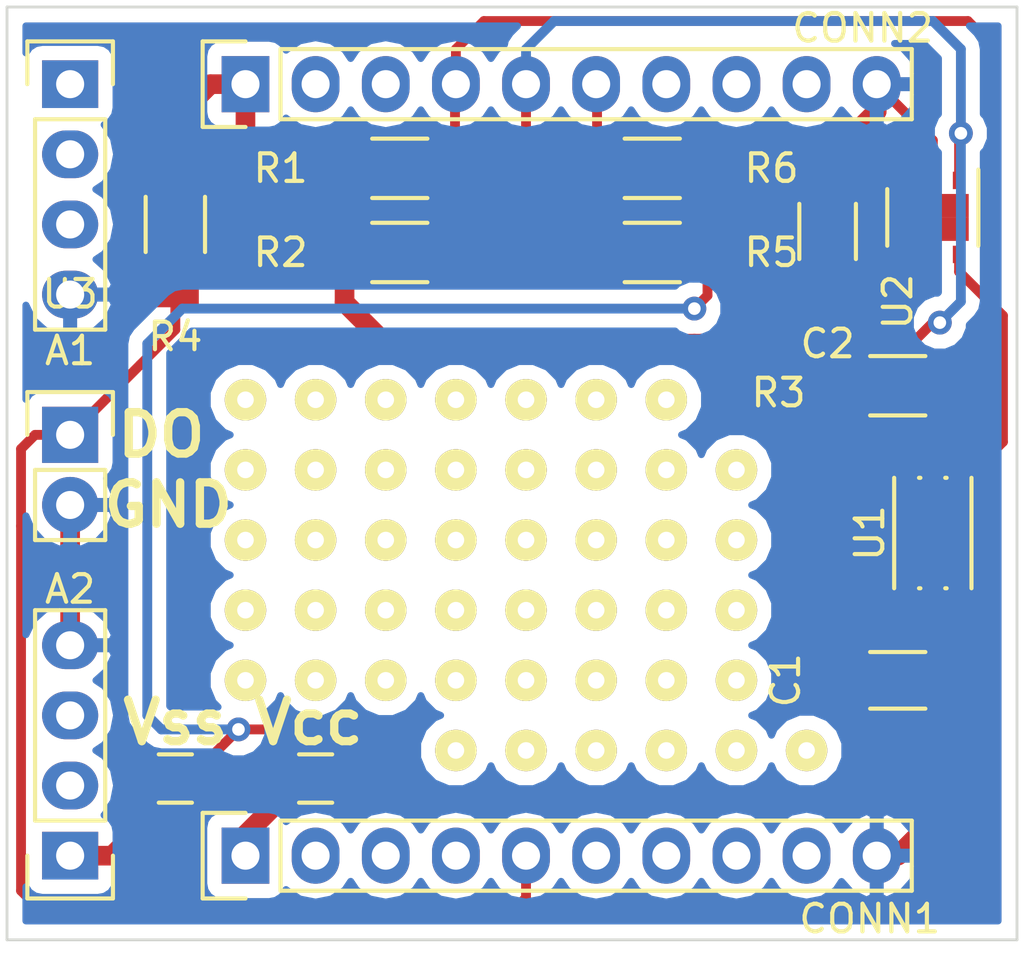
<source format=kicad_pcb>
(kicad_pcb (version 4) (host pcbnew 4.0.5+dfsg1-4)

  (general
    (links 35)
    (no_connects 2)
    (area 35.654267 22.954266 75.1954 60.865733)
    (thickness 1.6)
    (drawings 9)
    (tracks 105)
    (zones 0)
    (modules 62)
    (nets 28)
  )

  (page A4)
  (title_block
    (title "BugOne Sensor Shield V2")
  )

  (layers
    (0 F.Cu signal)
    (31 B.Cu signal)
    (32 B.Adhes user hide)
    (33 F.Adhes user hide)
    (34 B.Paste user hide)
    (35 F.Paste user hide)
    (36 B.SilkS user)
    (37 F.SilkS user)
    (38 B.Mask user hide)
    (39 F.Mask user hide)
    (40 Dwgs.User user hide)
    (41 Cmts.User user hide)
    (42 Eco1.User user hide)
    (43 Eco2.User user hide)
    (44 Edge.Cuts user)
    (45 Margin user hide)
    (46 B.CrtYd user hide)
    (47 F.CrtYd user hide)
    (48 B.Fab user hide)
    (49 F.Fab user hide)
  )

  (setup
    (last_trace_width 0.3556)
    (user_trace_width 0.3556)
    (user_trace_width 0.7112)
    (trace_clearance 0.1524)
    (zone_clearance 0.508)
    (zone_45_only yes)
    (trace_min 0.15)
    (segment_width 0.2)
    (edge_width 0.1)
    (via_size 0.8636)
    (via_drill 0.4572)
    (via_min_size 0.6)
    (via_min_drill 0.2)
    (uvia_size 0.3)
    (uvia_drill 0.1)
    (uvias_allowed no)
    (uvia_min_size 0.2)
    (uvia_min_drill 0.1)
    (pcb_text_width 0.3)
    (pcb_text_size 1.5 1.5)
    (mod_edge_width 0.15)
    (mod_text_size 1 1)
    (mod_text_width 0.15)
    (pad_size 1.5 1.5)
    (pad_drill 0.6)
    (pad_to_mask_clearance 0)
    (aux_axis_origin 0 0)
    (visible_elements FFFEFF7F)
    (pcbplotparams
      (layerselection 0x00020_80000001)
      (usegerberextensions true)
      (excludeedgelayer true)
      (linewidth 0.100000)
      (plotframeref true)
      (viasonmask false)
      (mode 1)
      (useauxorigin false)
      (hpglpennumber 1)
      (hpglpenspeed 20)
      (hpglpendiameter 15)
      (hpglpenoverlay 2)
      (psnegative false)
      (psa4output false)
      (plotreference true)
      (plotvalue false)
      (plotinvisibletext false)
      (padsonsilk false)
      (subtractmaskfromsilk false)
      (outputformat 1)
      (mirror false)
      (drillshape 0)
      (scaleselection 1)
      (outputdirectory ""))
  )

  (net 0 "")
  (net 1 VCC)
  (net 2 TX)
  (net 3 RX)
  (net 4 GND)
  (net 5 VSS)
  (net 6 RST)
  (net 7 VEE)
  (net 8 PD5)
  (net 9 PD6)
  (net 10 PB0)
  (net 11 PB1)
  (net 12 SS)
  (net 13 MOSI)
  (net 14 MISO)
  (net 15 SCK)
  (net 16 PD4)
  (net 17 PD3)
  (net 18 SCL)
  (net 19 SDA)
  (net 20 PC3)
  (net 21 PC2)
  (net 22 PC1)
  (net 23 PC0)
  (net 24 "Net-(R3-Pad2)")
  (net 25 "Net-(R5-Pad1)")
  (net 26 "Net-(U2-Pad3)")
  (net 27 "Net-(U2-Pad4)")

  (net_class Default "This is the default net class."
    (clearance 0.1524)
    (trace_width 0.3556)
    (via_dia 0.8636)
    (via_drill 0.4572)
    (uvia_dia 0.3)
    (uvia_drill 0.1)
    (add_net GND)
    (add_net MISO)
    (add_net MOSI)
    (add_net "Net-(R3-Pad2)")
    (add_net "Net-(R5-Pad1)")
    (add_net "Net-(U2-Pad3)")
    (add_net "Net-(U2-Pad4)")
    (add_net PB0)
    (add_net PB1)
    (add_net PC0)
    (add_net PC1)
    (add_net PC2)
    (add_net PC3)
    (add_net PD3)
    (add_net PD4)
    (add_net PD5)
    (add_net PD6)
    (add_net RST)
    (add_net RX)
    (add_net SCK)
    (add_net SCL)
    (add_net SDA)
    (add_net SS)
    (add_net TX)
  )

  (net_class Power ""
    (clearance 0.1524)
    (trace_width 0.7112)
    (via_dia 1.524)
    (via_drill 0.9144)
    (uvia_dia 0.3)
    (uvia_drill 0.1)
    (add_net VCC)
    (add_net VEE)
    (add_net VSS)
  )

  (net_class Signal ""
    (clearance 0.1524)
    (trace_width 0.3556)
    (via_dia 0.8636)
    (via_drill 0.4572)
    (uvia_dia 0.3)
    (uvia_drill 0.1)
  )

  (module Pin_Headers:Pin_Header_Straight_1x04 (layer F.Cu) (tedit 58BDE1C0) (tstamp 58BDD967)
    (at 40.64 27.94)
    (descr "Through hole pin header")
    (tags "pin header")
    (path /58BDD2E1)
    (fp_text reference A1 (at 0 9.652) (layer F.SilkS)
      (effects (font (size 1 1) (thickness 0.15)))
    )
    (fp_text value CONN_01X04 (at 0 -3.1) (layer F.Fab) hide
      (effects (font (size 1 1) (thickness 0.15)))
    )
    (fp_line (start -1.75 -1.75) (end -1.75 9.4) (layer F.CrtYd) (width 0.05))
    (fp_line (start 1.75 -1.75) (end 1.75 9.4) (layer F.CrtYd) (width 0.05))
    (fp_line (start -1.75 -1.75) (end 1.75 -1.75) (layer F.CrtYd) (width 0.05))
    (fp_line (start -1.75 9.4) (end 1.75 9.4) (layer F.CrtYd) (width 0.05))
    (fp_line (start -1.27 1.27) (end -1.27 8.89) (layer F.SilkS) (width 0.15))
    (fp_line (start 1.27 1.27) (end 1.27 8.89) (layer F.SilkS) (width 0.15))
    (fp_line (start 1.55 -1.55) (end 1.55 0) (layer F.SilkS) (width 0.15))
    (fp_line (start -1.27 8.89) (end 1.27 8.89) (layer F.SilkS) (width 0.15))
    (fp_line (start 1.27 1.27) (end -1.27 1.27) (layer F.SilkS) (width 0.15))
    (fp_line (start -1.55 0) (end -1.55 -1.55) (layer F.SilkS) (width 0.15))
    (fp_line (start -1.55 -1.55) (end 1.55 -1.55) (layer F.SilkS) (width 0.15))
    (pad 1 thru_hole rect (at 0 0) (size 2.032 1.7272) (drill 1.016) (layers *.Cu *.Mask)
      (net 1 VCC))
    (pad 2 thru_hole oval (at 0 2.54) (size 2.032 1.7272) (drill 1.016) (layers *.Cu *.Mask)
      (net 2 TX))
    (pad 3 thru_hole oval (at 0 5.08) (size 2.032 1.7272) (drill 1.016) (layers *.Cu *.Mask)
      (net 3 RX))
    (pad 4 thru_hole oval (at 0 7.62) (size 2.032 1.7272) (drill 1.016) (layers *.Cu *.Mask)
      (net 4 GND))
    (model Pin_Headers.3dshapes/Pin_Header_Straight_1x04.wrl
      (at (xyz 0 -0.15 0))
      (scale (xyz 1 1 1))
      (rotate (xyz 0 0 90))
    )
  )

  (module Pin_Headers:Pin_Header_Straight_1x04 (layer F.Cu) (tedit 58BDE1EF) (tstamp 58BDD96F)
    (at 40.64 55.88 180)
    (descr "Through hole pin header")
    (tags "pin header")
    (path /58BDD367)
    (fp_text reference A2 (at 0 9.652 180) (layer F.SilkS)
      (effects (font (size 1 1) (thickness 0.15)))
    )
    (fp_text value CONN_01X04 (at 0 -3.1 180) (layer F.Fab) hide
      (effects (font (size 1 1) (thickness 0.15)))
    )
    (fp_line (start -1.75 -1.75) (end -1.75 9.4) (layer F.CrtYd) (width 0.05))
    (fp_line (start 1.75 -1.75) (end 1.75 9.4) (layer F.CrtYd) (width 0.05))
    (fp_line (start -1.75 -1.75) (end 1.75 -1.75) (layer F.CrtYd) (width 0.05))
    (fp_line (start -1.75 9.4) (end 1.75 9.4) (layer F.CrtYd) (width 0.05))
    (fp_line (start -1.27 1.27) (end -1.27 8.89) (layer F.SilkS) (width 0.15))
    (fp_line (start 1.27 1.27) (end 1.27 8.89) (layer F.SilkS) (width 0.15))
    (fp_line (start 1.55 -1.55) (end 1.55 0) (layer F.SilkS) (width 0.15))
    (fp_line (start -1.27 8.89) (end 1.27 8.89) (layer F.SilkS) (width 0.15))
    (fp_line (start 1.27 1.27) (end -1.27 1.27) (layer F.SilkS) (width 0.15))
    (fp_line (start -1.55 0) (end -1.55 -1.55) (layer F.SilkS) (width 0.15))
    (fp_line (start -1.55 -1.55) (end 1.55 -1.55) (layer F.SilkS) (width 0.15))
    (pad 1 thru_hole rect (at 0 0 180) (size 2.032 1.7272) (drill 1.016) (layers *.Cu *.Mask)
      (net 5 VSS))
    (pad 2 thru_hole oval (at 0 2.54 180) (size 2.032 1.7272) (drill 1.016) (layers *.Cu *.Mask)
      (net 1 VCC))
    (pad 3 thru_hole oval (at 0 5.08 180) (size 2.032 1.7272) (drill 1.016) (layers *.Cu *.Mask)
      (net 6 RST))
    (pad 4 thru_hole oval (at 0 7.62 180) (size 2.032 1.7272) (drill 1.016) (layers *.Cu *.Mask)
      (net 4 GND))
    (model Pin_Headers.3dshapes/Pin_Header_Straight_1x04.wrl
      (at (xyz 0 -0.15 0))
      (scale (xyz 1 1 1))
      (rotate (xyz 0 0 90))
    )
  )

  (module Pin_Headers:Pin_Header_Straight_1x10 (layer F.Cu) (tedit 58BDE1CD) (tstamp 58BDD97D)
    (at 46.99 55.88 90)
    (descr "Through hole pin header")
    (tags "pin header")
    (path /58BDCFF1)
    (fp_text reference CONN1 (at -2.286 22.606 180) (layer F.SilkS)
      (effects (font (size 1 1) (thickness 0.15)))
    )
    (fp_text value CONN_01X10 (at 0 -3.1 90) (layer F.Fab) hide
      (effects (font (size 1 1) (thickness 0.15)))
    )
    (fp_line (start -1.75 -1.75) (end -1.75 24.65) (layer F.CrtYd) (width 0.05))
    (fp_line (start 1.75 -1.75) (end 1.75 24.65) (layer F.CrtYd) (width 0.05))
    (fp_line (start -1.75 -1.75) (end 1.75 -1.75) (layer F.CrtYd) (width 0.05))
    (fp_line (start -1.75 24.65) (end 1.75 24.65) (layer F.CrtYd) (width 0.05))
    (fp_line (start 1.27 1.27) (end 1.27 24.13) (layer F.SilkS) (width 0.15))
    (fp_line (start 1.27 24.13) (end -1.27 24.13) (layer F.SilkS) (width 0.15))
    (fp_line (start -1.27 24.13) (end -1.27 1.27) (layer F.SilkS) (width 0.15))
    (fp_line (start 1.55 -1.55) (end 1.55 0) (layer F.SilkS) (width 0.15))
    (fp_line (start 1.27 1.27) (end -1.27 1.27) (layer F.SilkS) (width 0.15))
    (fp_line (start -1.55 0) (end -1.55 -1.55) (layer F.SilkS) (width 0.15))
    (fp_line (start -1.55 -1.55) (end 1.55 -1.55) (layer F.SilkS) (width 0.15))
    (pad 1 thru_hole rect (at 0 0 90) (size 2.032 1.7272) (drill 1.016) (layers *.Cu *.Mask)
      (net 1 VCC))
    (pad 2 thru_hole oval (at 0 2.54 90) (size 2.032 1.7272) (drill 1.016) (layers *.Cu *.Mask)
      (net 8 PD5))
    (pad 3 thru_hole oval (at 0 5.08 90) (size 2.032 1.7272) (drill 1.016) (layers *.Cu *.Mask)
      (net 9 PD6))
    (pad 4 thru_hole oval (at 0 7.62 90) (size 2.032 1.7272) (drill 1.016) (layers *.Cu *.Mask)
      (net 10 PB0))
    (pad 5 thru_hole oval (at 0 10.16 90) (size 2.032 1.7272) (drill 1.016) (layers *.Cu *.Mask)
      (net 11 PB1))
    (pad 6 thru_hole oval (at 0 12.7 90) (size 2.032 1.7272) (drill 1.016) (layers *.Cu *.Mask)
      (net 12 SS))
    (pad 7 thru_hole oval (at 0 15.24 90) (size 2.032 1.7272) (drill 1.016) (layers *.Cu *.Mask)
      (net 13 MOSI))
    (pad 8 thru_hole oval (at 0 17.78 90) (size 2.032 1.7272) (drill 1.016) (layers *.Cu *.Mask)
      (net 14 MISO))
    (pad 9 thru_hole oval (at 0 20.32 90) (size 2.032 1.7272) (drill 1.016) (layers *.Cu *.Mask)
      (net 15 SCK))
    (pad 10 thru_hole oval (at 0 22.86 90) (size 2.032 1.7272) (drill 1.016) (layers *.Cu *.Mask)
      (net 4 GND))
    (model Pin_Headers.3dshapes/Pin_Header_Straight_1x10.wrl
      (at (xyz 0 -0.45 0))
      (scale (xyz 1 1 1))
      (rotate (xyz 0 0 90))
    )
  )

  (module Pin_Headers:Pin_Header_Straight_1x10 (layer F.Cu) (tedit 58BDE1C7) (tstamp 58BDD98B)
    (at 46.99 27.94 90)
    (descr "Through hole pin header")
    (tags "pin header")
    (path /58BDD193)
    (fp_text reference CONN2 (at 2.032 22.352 180) (layer F.SilkS)
      (effects (font (size 1 1) (thickness 0.15)))
    )
    (fp_text value CONN_01X10 (at 0 -3.1 90) (layer F.Fab) hide
      (effects (font (size 1 1) (thickness 0.15)))
    )
    (fp_line (start -1.75 -1.75) (end -1.75 24.65) (layer F.CrtYd) (width 0.05))
    (fp_line (start 1.75 -1.75) (end 1.75 24.65) (layer F.CrtYd) (width 0.05))
    (fp_line (start -1.75 -1.75) (end 1.75 -1.75) (layer F.CrtYd) (width 0.05))
    (fp_line (start -1.75 24.65) (end 1.75 24.65) (layer F.CrtYd) (width 0.05))
    (fp_line (start 1.27 1.27) (end 1.27 24.13) (layer F.SilkS) (width 0.15))
    (fp_line (start 1.27 24.13) (end -1.27 24.13) (layer F.SilkS) (width 0.15))
    (fp_line (start -1.27 24.13) (end -1.27 1.27) (layer F.SilkS) (width 0.15))
    (fp_line (start 1.55 -1.55) (end 1.55 0) (layer F.SilkS) (width 0.15))
    (fp_line (start 1.27 1.27) (end -1.27 1.27) (layer F.SilkS) (width 0.15))
    (fp_line (start -1.55 0) (end -1.55 -1.55) (layer F.SilkS) (width 0.15))
    (fp_line (start -1.55 -1.55) (end 1.55 -1.55) (layer F.SilkS) (width 0.15))
    (pad 1 thru_hole rect (at 0 0 90) (size 2.032 1.7272) (drill 1.016) (layers *.Cu *.Mask)
      (net 7 VEE))
    (pad 2 thru_hole oval (at 0 2.54 90) (size 2.032 1.7272) (drill 1.016) (layers *.Cu *.Mask)
      (net 16 PD4))
    (pad 3 thru_hole oval (at 0 5.08 90) (size 2.032 1.7272) (drill 1.016) (layers *.Cu *.Mask)
      (net 17 PD3))
    (pad 4 thru_hole oval (at 0 7.62 90) (size 2.032 1.7272) (drill 1.016) (layers *.Cu *.Mask)
      (net 18 SCL))
    (pad 5 thru_hole oval (at 0 10.16 90) (size 2.032 1.7272) (drill 1.016) (layers *.Cu *.Mask)
      (net 19 SDA))
    (pad 6 thru_hole oval (at 0 12.7 90) (size 2.032 1.7272) (drill 1.016) (layers *.Cu *.Mask)
      (net 20 PC3))
    (pad 7 thru_hole oval (at 0 15.24 90) (size 2.032 1.7272) (drill 1.016) (layers *.Cu *.Mask)
      (net 21 PC2))
    (pad 8 thru_hole oval (at 0 17.78 90) (size 2.032 1.7272) (drill 1.016) (layers *.Cu *.Mask)
      (net 22 PC1))
    (pad 9 thru_hole oval (at 0 20.32 90) (size 2.032 1.7272) (drill 1.016) (layers *.Cu *.Mask)
      (net 23 PC0))
    (pad 10 thru_hole oval (at 0 22.86 90) (size 2.032 1.7272) (drill 1.016) (layers *.Cu *.Mask)
      (net 4 GND))
    (model Pin_Headers.3dshapes/Pin_Header_Straight_1x10.wrl
      (at (xyz 0 -0.45 0))
      (scale (xyz 1 1 1))
      (rotate (xyz 0 0 90))
    )
  )

  (module Capacitors_SMD:C_1206_HandSoldering (layer F.Cu) (tedit 58BEDDFB) (tstamp 58BE9BC4)
    (at 70.612 49.53)
    (descr "Capacitor SMD 1206, hand soldering")
    (tags "capacitor 1206")
    (path /58BE6823)
    (attr smd)
    (fp_text reference C1 (at -4.064 0 270) (layer F.SilkS)
      (effects (font (size 1 1) (thickness 0.15)))
    )
    (fp_text value 100n (at 0 2.3) (layer F.Fab)
      (effects (font (size 1 1) (thickness 0.15)))
    )
    (fp_line (start -1.6 0.8) (end -1.6 -0.8) (layer F.Fab) (width 0.15))
    (fp_line (start 1.6 0.8) (end -1.6 0.8) (layer F.Fab) (width 0.15))
    (fp_line (start 1.6 -0.8) (end 1.6 0.8) (layer F.Fab) (width 0.15))
    (fp_line (start -1.6 -0.8) (end 1.6 -0.8) (layer F.Fab) (width 0.15))
    (fp_line (start -3.3 -1.15) (end 3.3 -1.15) (layer F.CrtYd) (width 0.05))
    (fp_line (start -3.3 1.15) (end 3.3 1.15) (layer F.CrtYd) (width 0.05))
    (fp_line (start -3.3 -1.15) (end -3.3 1.15) (layer F.CrtYd) (width 0.05))
    (fp_line (start 3.3 -1.15) (end 3.3 1.15) (layer F.CrtYd) (width 0.05))
    (fp_line (start 1 -1.025) (end -1 -1.025) (layer F.SilkS) (width 0.15))
    (fp_line (start -1 1.025) (end 1 1.025) (layer F.SilkS) (width 0.15))
    (pad 1 smd rect (at -2 0) (size 2 1.6) (layers F.Cu F.Paste F.Mask)
      (net 7 VEE))
    (pad 2 smd rect (at 2 0) (size 2 1.6) (layers F.Cu F.Paste F.Mask)
      (net 4 GND))
    (model Capacitors_SMD.3dshapes/C_1206_HandSoldering.wrl
      (at (xyz 0 0 0))
      (scale (xyz 1 1 1))
      (rotate (xyz 0 0 0))
    )
  )

  (module Capacitors_SMD:C_1206_HandSoldering (layer F.Cu) (tedit 58BEB2E6) (tstamp 58BE9BCA)
    (at 68.072 33.274 90)
    (descr "Capacitor SMD 1206, hand soldering")
    (tags "capacitor 1206")
    (path /58BE7AA7)
    (attr smd)
    (fp_text reference C2 (at -4.064 0 360) (layer F.SilkS)
      (effects (font (size 1 1) (thickness 0.15)))
    )
    (fp_text value 100n (at 0 2.3 90) (layer F.Fab)
      (effects (font (size 1 1) (thickness 0.15)))
    )
    (fp_line (start -1.6 0.8) (end -1.6 -0.8) (layer F.Fab) (width 0.15))
    (fp_line (start 1.6 0.8) (end -1.6 0.8) (layer F.Fab) (width 0.15))
    (fp_line (start 1.6 -0.8) (end 1.6 0.8) (layer F.Fab) (width 0.15))
    (fp_line (start -1.6 -0.8) (end 1.6 -0.8) (layer F.Fab) (width 0.15))
    (fp_line (start -3.3 -1.15) (end 3.3 -1.15) (layer F.CrtYd) (width 0.05))
    (fp_line (start -3.3 1.15) (end 3.3 1.15) (layer F.CrtYd) (width 0.05))
    (fp_line (start -3.3 -1.15) (end -3.3 1.15) (layer F.CrtYd) (width 0.05))
    (fp_line (start 3.3 -1.15) (end 3.3 1.15) (layer F.CrtYd) (width 0.05))
    (fp_line (start 1 -1.025) (end -1 -1.025) (layer F.SilkS) (width 0.15))
    (fp_line (start -1 1.025) (end 1 1.025) (layer F.SilkS) (width 0.15))
    (pad 1 smd rect (at -2 0 90) (size 2 1.6) (layers F.Cu F.Paste F.Mask)
      (net 7 VEE))
    (pad 2 smd rect (at 2 0 90) (size 2 1.6) (layers F.Cu F.Paste F.Mask)
      (net 4 GND))
    (model Capacitors_SMD.3dshapes/C_1206_HandSoldering.wrl
      (at (xyz 0 0 0))
      (scale (xyz 1 1 1))
      (rotate (xyz 0 0 0))
    )
  )

  (module Housings_DFN_QFN:DFN-6-1EP_3x3mm_Pitch0.95mm (layer F.Cu) (tedit 58BEFA4D) (tstamp 58BEAFFC)
    (at 71.882 32.766 270)
    (descr "DFN6 3*3 MM, 0.95 PITCH; CASE 506AH-01 (see ON Semiconductor 506AH.PDF)")
    (tags "DFN 0.95")
    (path /58BE77F9)
    (attr smd)
    (fp_text reference U2 (at 3.048 1.27 270) (layer F.SilkS)
      (effects (font (size 1 1) (thickness 0.15)))
    )
    (fp_text value HTU2XD (at 0 2.575 270) (layer F.Fab)
      (effects (font (size 1 1) (thickness 0.15)))
    )
    (fp_line (start -0.5 -1.5) (end 1.5 -1.5) (layer F.Fab) (width 0.15))
    (fp_line (start 1.5 -1.5) (end 1.5 1.5) (layer F.Fab) (width 0.15))
    (fp_line (start 1.5 1.5) (end -1.5 1.5) (layer F.Fab) (width 0.15))
    (fp_line (start -1.5 1.5) (end -1.5 -0.5) (layer F.Fab) (width 0.15))
    (fp_line (start -1.5 -0.5) (end -0.5 -1.5) (layer F.Fab) (width 0.15))
    (fp_line (start -1.9 -1.85) (end -1.9 1.85) (layer F.CrtYd) (width 0.05))
    (fp_line (start 1.9 -1.85) (end 1.9 1.85) (layer F.CrtYd) (width 0.05))
    (fp_line (start -1.9 -1.85) (end 1.9 -1.85) (layer F.CrtYd) (width 0.05))
    (fp_line (start -1.9 1.85) (end 1.9 1.85) (layer F.CrtYd) (width 0.05))
    (fp_line (start -1.025 1.65) (end 1.025 1.65) (layer F.SilkS) (width 0.15))
    (fp_line (start -1.73 -1.65) (end 1.025 -1.65) (layer F.SilkS) (width 0.15))
    (pad 1 smd rect (at -1.34 -0.95 270) (size 0.63 0.45) (layers F.Cu F.Paste F.Mask)
      (net 19 SDA))
    (pad 2 smd rect (at -1.34 0 270) (size 0.63 0.45) (layers F.Cu F.Paste F.Mask)
      (net 4 GND))
    (pad 3 smd rect (at -1.34 0.95 270) (size 0.63 0.45) (layers F.Cu F.Paste F.Mask)
      (net 26 "Net-(U2-Pad3)"))
    (pad 4 smd rect (at 1.34 0.95 270) (size 0.63 0.45) (layers F.Cu F.Paste F.Mask)
      (net 27 "Net-(U2-Pad4)"))
    (pad 5 smd rect (at 1.34 0 270) (size 0.63 0.45) (layers F.Cu F.Paste F.Mask)
      (net 7 VEE))
    (pad 6 smd rect (at 1.34 -0.95 270) (size 0.63 0.45) (layers F.Cu F.Paste F.Mask)
      (net 18 SCL))
    (pad 7 smd rect (at 0.425 0.65 270) (size 0.85 1.3) (layers F.Cu F.Paste F.Mask)
      (solder_paste_margin_ratio -0.2))
    (pad 7 smd rect (at 0.425 -0.65 270) (size 0.85 1.3) (layers F.Cu F.Paste F.Mask)
      (solder_paste_margin_ratio -0.2))
    (pad 7 smd rect (at -0.425 0.65 270) (size 0.85 1.3) (layers F.Cu F.Paste F.Mask)
      (solder_paste_margin_ratio -0.2))
    (pad 7 smd rect (at -0.425 -0.65 270) (size 0.85 1.3) (layers F.Cu F.Paste F.Mask)
      (solder_paste_margin_ratio -0.2))
    (model Housings_DFN_QFN.3dshapes/DFN-6-1EP_3x3mm_Pitch0.95mm.wrl
      (at (xyz 0 0 0))
      (scale (xyz 1 1 1))
      (rotate (xyz 0 0 0))
    )
  )

  (module Resistors_SMD:R_1206_HandSoldering (layer F.Cu) (tedit 58BEB29B) (tstamp 58BEB29F)
    (at 52.578 30.988)
    (descr "Resistor SMD 1206, hand soldering")
    (tags "resistor 1206")
    (path /58BE6902)
    (attr smd)
    (fp_text reference R1 (at -4.318 0) (layer F.SilkS)
      (effects (font (size 1 1) (thickness 0.15)))
    )
    (fp_text value 1.8k (at 0 2.3) (layer F.Fab)
      (effects (font (size 1 1) (thickness 0.15)))
    )
    (fp_line (start -1.6 0.8) (end -1.6 -0.8) (layer F.Fab) (width 0.1))
    (fp_line (start 1.6 0.8) (end -1.6 0.8) (layer F.Fab) (width 0.1))
    (fp_line (start 1.6 -0.8) (end 1.6 0.8) (layer F.Fab) (width 0.1))
    (fp_line (start -1.6 -0.8) (end 1.6 -0.8) (layer F.Fab) (width 0.1))
    (fp_line (start -3.3 -1.2) (end 3.3 -1.2) (layer F.CrtYd) (width 0.05))
    (fp_line (start -3.3 1.2) (end 3.3 1.2) (layer F.CrtYd) (width 0.05))
    (fp_line (start -3.3 -1.2) (end -3.3 1.2) (layer F.CrtYd) (width 0.05))
    (fp_line (start 3.3 -1.2) (end 3.3 1.2) (layer F.CrtYd) (width 0.05))
    (fp_line (start 1 1.075) (end -1 1.075) (layer F.SilkS) (width 0.15))
    (fp_line (start -1 -1.075) (end 1 -1.075) (layer F.SilkS) (width 0.15))
    (pad 1 smd rect (at -2 0) (size 2 1.7) (layers F.Cu F.Paste F.Mask)
      (net 7 VEE))
    (pad 2 smd rect (at 2 0) (size 2 1.7) (layers F.Cu F.Paste F.Mask)
      (net 18 SCL))
    (model Resistors_SMD.3dshapes/R_1206_HandSoldering.wrl
      (at (xyz 0 0 0))
      (scale (xyz 1 1 1))
      (rotate (xyz 0 0 0))
    )
  )

  (module Resistors_SMD:R_1206_HandSoldering (layer F.Cu) (tedit 58BEB2A2) (tstamp 58BEB2A4)
    (at 52.578 34.036)
    (descr "Resistor SMD 1206, hand soldering")
    (tags "resistor 1206")
    (path /58BE69B4)
    (attr smd)
    (fp_text reference R2 (at -4.318 0) (layer F.SilkS)
      (effects (font (size 1 1) (thickness 0.15)))
    )
    (fp_text value 1.8k (at 0 2.3) (layer F.Fab)
      (effects (font (size 1 1) (thickness 0.15)))
    )
    (fp_line (start -1.6 0.8) (end -1.6 -0.8) (layer F.Fab) (width 0.1))
    (fp_line (start 1.6 0.8) (end -1.6 0.8) (layer F.Fab) (width 0.1))
    (fp_line (start 1.6 -0.8) (end 1.6 0.8) (layer F.Fab) (width 0.1))
    (fp_line (start -1.6 -0.8) (end 1.6 -0.8) (layer F.Fab) (width 0.1))
    (fp_line (start -3.3 -1.2) (end 3.3 -1.2) (layer F.CrtYd) (width 0.05))
    (fp_line (start -3.3 1.2) (end 3.3 1.2) (layer F.CrtYd) (width 0.05))
    (fp_line (start -3.3 -1.2) (end -3.3 1.2) (layer F.CrtYd) (width 0.05))
    (fp_line (start 3.3 -1.2) (end 3.3 1.2) (layer F.CrtYd) (width 0.05))
    (fp_line (start 1 1.075) (end -1 1.075) (layer F.SilkS) (width 0.15))
    (fp_line (start -1 -1.075) (end 1 -1.075) (layer F.SilkS) (width 0.15))
    (pad 1 smd rect (at -2 0) (size 2 1.7) (layers F.Cu F.Paste F.Mask)
      (net 7 VEE))
    (pad 2 smd rect (at 2 0) (size 2 1.7) (layers F.Cu F.Paste F.Mask)
      (net 19 SDA))
    (model Resistors_SMD.3dshapes/R_1206_HandSoldering.wrl
      (at (xyz 0 0 0))
      (scale (xyz 1 1 1))
      (rotate (xyz 0 0 0))
    )
  )

  (module Resistors_SMD:R_1206_HandSoldering (layer F.Cu) (tedit 58BEB377) (tstamp 58BEB2A9)
    (at 70.612 38.862)
    (descr "Resistor SMD 1206, hand soldering")
    (tags "resistor 1206")
    (path /58BE6A21)
    (attr smd)
    (fp_text reference R3 (at -4.318 0.254) (layer F.SilkS)
      (effects (font (size 1 1) (thickness 0.15)))
    )
    (fp_text value 100k (at 0 2.3) (layer F.Fab)
      (effects (font (size 1 1) (thickness 0.15)))
    )
    (fp_line (start -1.6 0.8) (end -1.6 -0.8) (layer F.Fab) (width 0.1))
    (fp_line (start 1.6 0.8) (end -1.6 0.8) (layer F.Fab) (width 0.1))
    (fp_line (start 1.6 -0.8) (end 1.6 0.8) (layer F.Fab) (width 0.1))
    (fp_line (start -1.6 -0.8) (end 1.6 -0.8) (layer F.Fab) (width 0.1))
    (fp_line (start -3.3 -1.2) (end 3.3 -1.2) (layer F.CrtYd) (width 0.05))
    (fp_line (start -3.3 1.2) (end 3.3 1.2) (layer F.CrtYd) (width 0.05))
    (fp_line (start -3.3 -1.2) (end -3.3 1.2) (layer F.CrtYd) (width 0.05))
    (fp_line (start 3.3 -1.2) (end 3.3 1.2) (layer F.CrtYd) (width 0.05))
    (fp_line (start 1 1.075) (end -1 1.075) (layer F.SilkS) (width 0.15))
    (fp_line (start -1 -1.075) (end 1 -1.075) (layer F.SilkS) (width 0.15))
    (pad 1 smd rect (at -2 0) (size 2 1.7) (layers F.Cu F.Paste F.Mask)
      (net 7 VEE))
    (pad 2 smd rect (at 2 0) (size 2 1.7) (layers F.Cu F.Paste F.Mask)
      (net 24 "Net-(R3-Pad2)"))
    (model Resistors_SMD.3dshapes/R_1206_HandSoldering.wrl
      (at (xyz 0 0 0))
      (scale (xyz 1 1 1))
      (rotate (xyz 0 0 0))
    )
  )

  (module Resistors_SMD:R_1206_HandSoldering (layer F.Cu) (tedit 58BEB3A6) (tstamp 58BEB2AE)
    (at 44.45 33.02 270)
    (descr "Resistor SMD 1206, hand soldering")
    (tags "resistor 1206")
    (path /58BEB04B)
    (attr smd)
    (fp_text reference R4 (at 4.064 0 360) (layer F.SilkS)
      (effects (font (size 1 1) (thickness 0.15)))
    )
    (fp_text value 4.7k (at 0 2.3 270) (layer F.Fab)
      (effects (font (size 1 1) (thickness 0.15)))
    )
    (fp_line (start -1.6 0.8) (end -1.6 -0.8) (layer F.Fab) (width 0.1))
    (fp_line (start 1.6 0.8) (end -1.6 0.8) (layer F.Fab) (width 0.1))
    (fp_line (start 1.6 -0.8) (end 1.6 0.8) (layer F.Fab) (width 0.1))
    (fp_line (start -1.6 -0.8) (end 1.6 -0.8) (layer F.Fab) (width 0.1))
    (fp_line (start -3.3 -1.2) (end 3.3 -1.2) (layer F.CrtYd) (width 0.05))
    (fp_line (start -3.3 1.2) (end 3.3 1.2) (layer F.CrtYd) (width 0.05))
    (fp_line (start -3.3 -1.2) (end -3.3 1.2) (layer F.CrtYd) (width 0.05))
    (fp_line (start 3.3 -1.2) (end 3.3 1.2) (layer F.CrtYd) (width 0.05))
    (fp_line (start 1 1.075) (end -1 1.075) (layer F.SilkS) (width 0.15))
    (fp_line (start -1 -1.075) (end 1 -1.075) (layer F.SilkS) (width 0.15))
    (pad 1 smd rect (at -2 0 270) (size 2 1.7) (layers F.Cu F.Paste F.Mask)
      (net 7 VEE))
    (pad 2 smd rect (at 2 0 270) (size 2 1.7) (layers F.Cu F.Paste F.Mask)
      (net 11 PB1))
    (model Resistors_SMD.3dshapes/R_1206_HandSoldering.wrl
      (at (xyz 0 0 0))
      (scale (xyz 1 1 1))
      (rotate (xyz 0 0 0))
    )
  )

  (module Resistors_SMD:R_1206_HandSoldering (layer F.Cu) (tedit 58BEC21E) (tstamp 58BEB2B3)
    (at 61.722 34.036 180)
    (descr "Resistor SMD 1206, hand soldering")
    (tags "resistor 1206")
    (path /58BE8BC4)
    (attr smd)
    (fp_text reference R5 (at -4.318 0 180) (layer F.SilkS)
      (effects (font (size 1 1) (thickness 0.15)))
    )
    (fp_text value 200k (at 0 2.3 180) (layer F.Fab)
      (effects (font (size 1 1) (thickness 0.15)))
    )
    (fp_line (start -1.6 0.8) (end -1.6 -0.8) (layer F.Fab) (width 0.1))
    (fp_line (start 1.6 0.8) (end -1.6 0.8) (layer F.Fab) (width 0.1))
    (fp_line (start 1.6 -0.8) (end 1.6 0.8) (layer F.Fab) (width 0.1))
    (fp_line (start -1.6 -0.8) (end 1.6 -0.8) (layer F.Fab) (width 0.1))
    (fp_line (start -3.3 -1.2) (end 3.3 -1.2) (layer F.CrtYd) (width 0.05))
    (fp_line (start -3.3 1.2) (end 3.3 1.2) (layer F.CrtYd) (width 0.05))
    (fp_line (start -3.3 -1.2) (end -3.3 1.2) (layer F.CrtYd) (width 0.05))
    (fp_line (start 3.3 -1.2) (end 3.3 1.2) (layer F.CrtYd) (width 0.05))
    (fp_line (start 1 1.075) (end -1 1.075) (layer F.SilkS) (width 0.15))
    (fp_line (start -1 -1.075) (end 1 -1.075) (layer F.SilkS) (width 0.15))
    (pad 1 smd rect (at -2 0 180) (size 2 1.7) (layers F.Cu F.Paste F.Mask)
      (net 25 "Net-(R5-Pad1)"))
    (pad 2 smd rect (at 2 0 180) (size 2 1.7) (layers F.Cu F.Paste F.Mask)
      (net 20 PC3))
    (model Resistors_SMD.3dshapes/R_1206_HandSoldering.wrl
      (at (xyz 0 0 0))
      (scale (xyz 1 1 1))
      (rotate (xyz 0 0 0))
    )
  )

  (module Resistors_SMD:R_1206_HandSoldering (layer F.Cu) (tedit 58BEB302) (tstamp 58BEB2B8)
    (at 61.722 30.988)
    (descr "Resistor SMD 1206, hand soldering")
    (tags "resistor 1206")
    (path /58BE93DD)
    (attr smd)
    (fp_text reference R6 (at 4.318 0) (layer F.SilkS)
      (effects (font (size 1 1) (thickness 0.15)))
    )
    (fp_text value 200k (at 0 2.3) (layer F.Fab)
      (effects (font (size 1 1) (thickness 0.15)))
    )
    (fp_line (start -1.6 0.8) (end -1.6 -0.8) (layer F.Fab) (width 0.1))
    (fp_line (start 1.6 0.8) (end -1.6 0.8) (layer F.Fab) (width 0.1))
    (fp_line (start 1.6 -0.8) (end 1.6 0.8) (layer F.Fab) (width 0.1))
    (fp_line (start -1.6 -0.8) (end 1.6 -0.8) (layer F.Fab) (width 0.1))
    (fp_line (start -3.3 -1.2) (end 3.3 -1.2) (layer F.CrtYd) (width 0.05))
    (fp_line (start -3.3 1.2) (end 3.3 1.2) (layer F.CrtYd) (width 0.05))
    (fp_line (start -3.3 -1.2) (end -3.3 1.2) (layer F.CrtYd) (width 0.05))
    (fp_line (start 3.3 -1.2) (end 3.3 1.2) (layer F.CrtYd) (width 0.05))
    (fp_line (start 1 1.075) (end -1 1.075) (layer F.SilkS) (width 0.15))
    (fp_line (start -1 -1.075) (end 1 -1.075) (layer F.SilkS) (width 0.15))
    (pad 1 smd rect (at -2 0) (size 2 1.7) (layers F.Cu F.Paste F.Mask)
      (net 20 PC3))
    (pad 2 smd rect (at 2 0) (size 2 1.7) (layers F.Cu F.Paste F.Mask)
      (net 4 GND))
    (model Resistors_SMD.3dshapes/R_1206_HandSoldering.wrl
      (at (xyz 0 0 0))
      (scale (xyz 1 1 1))
      (rotate (xyz 0 0 0))
    )
  )

  (module Resistors_SMD:R_0805_HandSoldering (layer F.Cu) (tedit 58C07531) (tstamp 58BEB2BD)
    (at 44.45 53.086)
    (descr "Resistor SMD 0805, hand soldering")
    (tags "resistor 0805")
    (path /58BE9488)
    (attr smd)
    (fp_text reference R7 (at -0.762 1.778) (layer F.SilkS) hide
      (effects (font (size 1 1) (thickness 0.15)))
    )
    (fp_text value 0 (at 0 2.1) (layer F.Fab)
      (effects (font (size 1 1) (thickness 0.15)))
    )
    (fp_line (start -1 0.625) (end -1 -0.625) (layer F.Fab) (width 0.1))
    (fp_line (start 1 0.625) (end -1 0.625) (layer F.Fab) (width 0.1))
    (fp_line (start 1 -0.625) (end 1 0.625) (layer F.Fab) (width 0.1))
    (fp_line (start -1 -0.625) (end 1 -0.625) (layer F.Fab) (width 0.1))
    (fp_line (start -2.4 -1) (end 2.4 -1) (layer F.CrtYd) (width 0.05))
    (fp_line (start -2.4 1) (end 2.4 1) (layer F.CrtYd) (width 0.05))
    (fp_line (start -2.4 -1) (end -2.4 1) (layer F.CrtYd) (width 0.05))
    (fp_line (start 2.4 -1) (end 2.4 1) (layer F.CrtYd) (width 0.05))
    (fp_line (start 0.6 0.875) (end -0.6 0.875) (layer F.SilkS) (width 0.15))
    (fp_line (start -0.6 -0.875) (end 0.6 -0.875) (layer F.SilkS) (width 0.15))
    (pad 1 smd rect (at -1.35 0) (size 1.5 1.3) (layers F.Cu F.Paste F.Mask)
      (net 5 VSS))
    (pad 2 smd rect (at 1.35 0) (size 1.5 1.3) (layers F.Cu F.Paste F.Mask)
      (net 25 "Net-(R5-Pad1)"))
    (model Resistors_SMD.3dshapes/R_0805_HandSoldering.wrl
      (at (xyz 0 0 0))
      (scale (xyz 1 1 1))
      (rotate (xyz 0 0 0))
    )
  )

  (module Resistors_SMD:R_0805_HandSoldering (layer F.Cu) (tedit 58C0754E) (tstamp 58BEB2C2)
    (at 49.53 53.086)
    (descr "Resistor SMD 0805, hand soldering")
    (tags "resistor 0805")
    (path /58BE94DD)
    (attr smd)
    (fp_text reference R8 (at 3.302 0) (layer F.SilkS) hide
      (effects (font (size 1 1) (thickness 0.15)))
    )
    (fp_text value 0 (at 0 2.1) (layer F.Fab)
      (effects (font (size 1 1) (thickness 0.15)))
    )
    (fp_line (start -1 0.625) (end -1 -0.625) (layer F.Fab) (width 0.1))
    (fp_line (start 1 0.625) (end -1 0.625) (layer F.Fab) (width 0.1))
    (fp_line (start 1 -0.625) (end 1 0.625) (layer F.Fab) (width 0.1))
    (fp_line (start -1 -0.625) (end 1 -0.625) (layer F.Fab) (width 0.1))
    (fp_line (start -2.4 -1) (end 2.4 -1) (layer F.CrtYd) (width 0.05))
    (fp_line (start -2.4 1) (end 2.4 1) (layer F.CrtYd) (width 0.05))
    (fp_line (start -2.4 -1) (end -2.4 1) (layer F.CrtYd) (width 0.05))
    (fp_line (start 2.4 -1) (end 2.4 1) (layer F.CrtYd) (width 0.05))
    (fp_line (start 0.6 0.875) (end -0.6 0.875) (layer F.SilkS) (width 0.15))
    (fp_line (start -0.6 -0.875) (end 0.6 -0.875) (layer F.SilkS) (width 0.15))
    (pad 1 smd rect (at -1.35 0) (size 1.5 1.3) (layers F.Cu F.Paste F.Mask)
      (net 1 VCC))
    (pad 2 smd rect (at 1.35 0) (size 1.5 1.3) (layers F.Cu F.Paste F.Mask)
      (net 25 "Net-(R5-Pad1)"))
    (model Resistors_SMD.3dshapes/R_0805_HandSoldering.wrl
      (at (xyz 0 0 0))
      (scale (xyz 1 1 1))
      (rotate (xyz 0 0 0))
    )
  )

  (module pcb_helpers:pad (layer F.Cu) (tedit 5429E018) (tstamp 58BEDC1D)
    (at 49.53 39.37)
    (fp_text reference "" (at 0 0) (layer F.SilkS) hide
      (effects (font (size 1 1) (thickness 0.15)))
    )
    (fp_text value "" (at 0 0) (layer F.SilkS)
      (effects (font (size 1 1) (thickness 0.15)))
    )
    (pad 1 thru_hole circle (at 0 0) (size 1.5 1.5) (drill 0.6) (layers *.Cu *.Mask F.SilkS))
  )

  (module pcb_helpers:pad (layer F.Cu) (tedit 5429E018) (tstamp 58BEDC33)
    (at 52.07 39.37)
    (fp_text reference "" (at 0 0) (layer F.SilkS) hide
      (effects (font (size 1 1) (thickness 0.15)))
    )
    (fp_text value "" (at 0 0) (layer F.SilkS)
      (effects (font (size 1 1) (thickness 0.15)))
    )
    (pad 1 thru_hole circle (at 0 0) (size 1.5 1.5) (drill 0.6) (layers *.Cu *.Mask F.SilkS))
  )

  (module pcb_helpers:pad (layer F.Cu) (tedit 5429E018) (tstamp 58BEDC3C)
    (at 54.61 39.37)
    (fp_text reference "" (at 0 0) (layer F.SilkS) hide
      (effects (font (size 1 1) (thickness 0.15)))
    )
    (fp_text value "" (at 0 0) (layer F.SilkS)
      (effects (font (size 1 1) (thickness 0.15)))
    )
    (pad 1 thru_hole circle (at 0 0) (size 1.5 1.5) (drill 0.6) (layers *.Cu *.Mask F.SilkS))
  )

  (module pcb_helpers:pad (layer F.Cu) (tedit 5429E018) (tstamp 58BEDC45)
    (at 57.15 39.37)
    (fp_text reference "" (at 0 0) (layer F.SilkS) hide
      (effects (font (size 1 1) (thickness 0.15)))
    )
    (fp_text value "" (at 0 0) (layer F.SilkS)
      (effects (font (size 1 1) (thickness 0.15)))
    )
    (pad 1 thru_hole circle (at 0 0) (size 1.5 1.5) (drill 0.6) (layers *.Cu *.Mask F.SilkS))
  )

  (module pcb_helpers:pad (layer F.Cu) (tedit 5429E018) (tstamp 58BEDC4E)
    (at 59.69 39.37)
    (fp_text reference "" (at 0 0) (layer F.SilkS) hide
      (effects (font (size 1 1) (thickness 0.15)))
    )
    (fp_text value "" (at 0 0) (layer F.SilkS)
      (effects (font (size 1 1) (thickness 0.15)))
    )
    (pad 1 thru_hole circle (at 0 0) (size 1.5 1.5) (drill 0.6) (layers *.Cu *.Mask F.SilkS))
  )

  (module pcb_helpers:pad (layer F.Cu) (tedit 5429E018) (tstamp 58BEDC57)
    (at 62.23 39.37)
    (fp_text reference "" (at 0 0) (layer F.SilkS) hide
      (effects (font (size 1 1) (thickness 0.15)))
    )
    (fp_text value "" (at 0 0) (layer F.SilkS)
      (effects (font (size 1 1) (thickness 0.15)))
    )
    (pad 1 thru_hole circle (at 0 0) (size 1.5 1.5) (drill 0.6) (layers *.Cu *.Mask F.SilkS))
  )

  (module pcb_helpers:pad (layer F.Cu) (tedit 5429E018) (tstamp 58BEDC60)
    (at 49.53 41.91)
    (fp_text reference "" (at 0 0) (layer F.SilkS) hide
      (effects (font (size 1 1) (thickness 0.15)))
    )
    (fp_text value "" (at 0 0) (layer F.SilkS)
      (effects (font (size 1 1) (thickness 0.15)))
    )
    (pad 1 thru_hole circle (at 0 0) (size 1.5 1.5) (drill 0.6) (layers *.Cu *.Mask F.SilkS))
  )

  (module pcb_helpers:pad (layer F.Cu) (tedit 5429E018) (tstamp 58BEDC69)
    (at 52.07 41.91)
    (fp_text reference "" (at 0 0) (layer F.SilkS) hide
      (effects (font (size 1 1) (thickness 0.15)))
    )
    (fp_text value "" (at 0 0) (layer F.SilkS)
      (effects (font (size 1 1) (thickness 0.15)))
    )
    (pad 1 thru_hole circle (at 0 0) (size 1.5 1.5) (drill 0.6) (layers *.Cu *.Mask F.SilkS))
  )

  (module pcb_helpers:pad (layer F.Cu) (tedit 5429E018) (tstamp 58BEDC72)
    (at 54.61 41.91)
    (fp_text reference "" (at 0 0) (layer F.SilkS) hide
      (effects (font (size 1 1) (thickness 0.15)))
    )
    (fp_text value "" (at 0 0) (layer F.SilkS)
      (effects (font (size 1 1) (thickness 0.15)))
    )
    (pad 1 thru_hole circle (at 0 0) (size 1.5 1.5) (drill 0.6) (layers *.Cu *.Mask F.SilkS))
  )

  (module pcb_helpers:pad (layer F.Cu) (tedit 5429E018) (tstamp 58BEDC7B)
    (at 57.15 41.91)
    (fp_text reference "" (at 0 0) (layer F.SilkS) hide
      (effects (font (size 1 1) (thickness 0.15)))
    )
    (fp_text value "" (at 0 0) (layer F.SilkS)
      (effects (font (size 1 1) (thickness 0.15)))
    )
    (pad 1 thru_hole circle (at 0 0) (size 1.5 1.5) (drill 0.6) (layers *.Cu *.Mask F.SilkS))
  )

  (module pcb_helpers:pad (layer F.Cu) (tedit 5429E018) (tstamp 58BEDC84)
    (at 59.69 41.91)
    (fp_text reference "" (at 0 0) (layer F.SilkS) hide
      (effects (font (size 1 1) (thickness 0.15)))
    )
    (fp_text value "" (at 0 0) (layer F.SilkS)
      (effects (font (size 1 1) (thickness 0.15)))
    )
    (pad 1 thru_hole circle (at 0 0) (size 1.5 1.5) (drill 0.6) (layers *.Cu *.Mask F.SilkS))
  )

  (module pcb_helpers:pad (layer F.Cu) (tedit 5429E018) (tstamp 58BEDC8D)
    (at 62.23 41.91)
    (fp_text reference "" (at 0 0) (layer F.SilkS) hide
      (effects (font (size 1 1) (thickness 0.15)))
    )
    (fp_text value "" (at 0 0) (layer F.SilkS)
      (effects (font (size 1 1) (thickness 0.15)))
    )
    (pad 1 thru_hole circle (at 0 0) (size 1.5 1.5) (drill 0.6) (layers *.Cu *.Mask F.SilkS))
  )

  (module pcb_helpers:pad (layer F.Cu) (tedit 5429E018) (tstamp 58BEDC96)
    (at 64.77 41.91)
    (fp_text reference "" (at 0 0) (layer F.SilkS) hide
      (effects (font (size 1 1) (thickness 0.15)))
    )
    (fp_text value "" (at 0 0) (layer F.SilkS)
      (effects (font (size 1 1) (thickness 0.15)))
    )
    (pad 1 thru_hole circle (at 0 0) (size 1.5 1.5) (drill 0.6) (layers *.Cu *.Mask F.SilkS))
  )

  (module pcb_helpers:pad (layer F.Cu) (tedit 5429E018) (tstamp 58BEDC9F)
    (at 49.53 44.45)
    (fp_text reference "" (at 0 0) (layer F.SilkS) hide
      (effects (font (size 1 1) (thickness 0.15)))
    )
    (fp_text value "" (at 0 0) (layer F.SilkS)
      (effects (font (size 1 1) (thickness 0.15)))
    )
    (pad 1 thru_hole circle (at 0 0) (size 1.5 1.5) (drill 0.6) (layers *.Cu *.Mask F.SilkS))
  )

  (module pcb_helpers:pad (layer F.Cu) (tedit 5429E018) (tstamp 58BEDCA8)
    (at 52.07 44.45)
    (fp_text reference "" (at 0 0) (layer F.SilkS) hide
      (effects (font (size 1 1) (thickness 0.15)))
    )
    (fp_text value "" (at 0 0) (layer F.SilkS)
      (effects (font (size 1 1) (thickness 0.15)))
    )
    (pad 1 thru_hole circle (at 0 0) (size 1.5 1.5) (drill 0.6) (layers *.Cu *.Mask F.SilkS))
  )

  (module pcb_helpers:pad (layer F.Cu) (tedit 5429E018) (tstamp 58BEDCB1)
    (at 54.61 44.45)
    (fp_text reference "" (at 0 0) (layer F.SilkS) hide
      (effects (font (size 1 1) (thickness 0.15)))
    )
    (fp_text value "" (at 0 0) (layer F.SilkS)
      (effects (font (size 1 1) (thickness 0.15)))
    )
    (pad 1 thru_hole circle (at 0 0) (size 1.5 1.5) (drill 0.6) (layers *.Cu *.Mask F.SilkS))
  )

  (module pcb_helpers:pad (layer F.Cu) (tedit 5429E018) (tstamp 58BEDCBA)
    (at 57.15 44.45)
    (fp_text reference "" (at 0 0) (layer F.SilkS) hide
      (effects (font (size 1 1) (thickness 0.15)))
    )
    (fp_text value "" (at 0 0) (layer F.SilkS)
      (effects (font (size 1 1) (thickness 0.15)))
    )
    (pad 1 thru_hole circle (at 0 0) (size 1.5 1.5) (drill 0.6) (layers *.Cu *.Mask F.SilkS))
  )

  (module pcb_helpers:pad (layer F.Cu) (tedit 5429E018) (tstamp 58BEDCC3)
    (at 59.69 44.45)
    (fp_text reference "" (at 0 0) (layer F.SilkS) hide
      (effects (font (size 1 1) (thickness 0.15)))
    )
    (fp_text value "" (at 0 0) (layer F.SilkS)
      (effects (font (size 1 1) (thickness 0.15)))
    )
    (pad 1 thru_hole circle (at 0 0) (size 1.5 1.5) (drill 0.6) (layers *.Cu *.Mask F.SilkS))
  )

  (module pcb_helpers:pad (layer F.Cu) (tedit 5429E018) (tstamp 58BEDCCC)
    (at 62.23 44.45)
    (fp_text reference "" (at 0 0) (layer F.SilkS) hide
      (effects (font (size 1 1) (thickness 0.15)))
    )
    (fp_text value "" (at 0 0) (layer F.SilkS)
      (effects (font (size 1 1) (thickness 0.15)))
    )
    (pad 1 thru_hole circle (at 0 0) (size 1.5 1.5) (drill 0.6) (layers *.Cu *.Mask F.SilkS))
  )

  (module pcb_helpers:pad (layer F.Cu) (tedit 5429E018) (tstamp 58BEDCD5)
    (at 64.77 44.45)
    (fp_text reference "" (at 0 0) (layer F.SilkS) hide
      (effects (font (size 1 1) (thickness 0.15)))
    )
    (fp_text value "" (at 0 0) (layer F.SilkS)
      (effects (font (size 1 1) (thickness 0.15)))
    )
    (pad 1 thru_hole circle (at 0 0) (size 1.5 1.5) (drill 0.6) (layers *.Cu *.Mask F.SilkS))
  )

  (module pcb_helpers:pad (layer F.Cu) (tedit 5429E018) (tstamp 58BEDCDE)
    (at 49.53 46.99)
    (fp_text reference "" (at 0 0) (layer F.SilkS) hide
      (effects (font (size 1 1) (thickness 0.15)))
    )
    (fp_text value "" (at 0 0) (layer F.SilkS)
      (effects (font (size 1 1) (thickness 0.15)))
    )
    (pad 1 thru_hole circle (at 0 0) (size 1.5 1.5) (drill 0.6) (layers *.Cu *.Mask F.SilkS))
  )

  (module pcb_helpers:pad (layer F.Cu) (tedit 5429E018) (tstamp 58BEDCE7)
    (at 52.07 46.99)
    (fp_text reference "" (at 0 0) (layer F.SilkS) hide
      (effects (font (size 1 1) (thickness 0.15)))
    )
    (fp_text value "" (at 0 0) (layer F.SilkS)
      (effects (font (size 1 1) (thickness 0.15)))
    )
    (pad 1 thru_hole circle (at 0 0) (size 1.5 1.5) (drill 0.6) (layers *.Cu *.Mask F.SilkS))
  )

  (module pcb_helpers:pad (layer F.Cu) (tedit 5429E018) (tstamp 58BEDCF0)
    (at 54.61 46.99)
    (fp_text reference "" (at 0 0) (layer F.SilkS) hide
      (effects (font (size 1 1) (thickness 0.15)))
    )
    (fp_text value "" (at 0 0) (layer F.SilkS)
      (effects (font (size 1 1) (thickness 0.15)))
    )
    (pad 1 thru_hole circle (at 0 0) (size 1.5 1.5) (drill 0.6) (layers *.Cu *.Mask F.SilkS))
  )

  (module pcb_helpers:pad (layer F.Cu) (tedit 5429E018) (tstamp 58BEDCF9)
    (at 57.15 46.99)
    (fp_text reference "" (at 0 0) (layer F.SilkS) hide
      (effects (font (size 1 1) (thickness 0.15)))
    )
    (fp_text value "" (at 0 0) (layer F.SilkS)
      (effects (font (size 1 1) (thickness 0.15)))
    )
    (pad 1 thru_hole circle (at 0 0) (size 1.5 1.5) (drill 0.6) (layers *.Cu *.Mask F.SilkS))
  )

  (module pcb_helpers:pad (layer F.Cu) (tedit 5429E018) (tstamp 58BEDD02)
    (at 59.69 46.99)
    (fp_text reference "" (at 0 0) (layer F.SilkS) hide
      (effects (font (size 1 1) (thickness 0.15)))
    )
    (fp_text value "" (at 0 0) (layer F.SilkS)
      (effects (font (size 1 1) (thickness 0.15)))
    )
    (pad 1 thru_hole circle (at 0 0) (size 1.5 1.5) (drill 0.6) (layers *.Cu *.Mask F.SilkS))
  )

  (module pcb_helpers:pad (layer F.Cu) (tedit 5429E018) (tstamp 58BEDD0B)
    (at 62.23 46.99)
    (fp_text reference "" (at 0 0) (layer F.SilkS) hide
      (effects (font (size 1 1) (thickness 0.15)))
    )
    (fp_text value "" (at 0 0) (layer F.SilkS)
      (effects (font (size 1 1) (thickness 0.15)))
    )
    (pad 1 thru_hole circle (at 0 0) (size 1.5 1.5) (drill 0.6) (layers *.Cu *.Mask F.SilkS))
  )

  (module pcb_helpers:pad (layer F.Cu) (tedit 5429E018) (tstamp 58BEDD14)
    (at 64.77 46.99)
    (fp_text reference "" (at 0 0) (layer F.SilkS) hide
      (effects (font (size 1 1) (thickness 0.15)))
    )
    (fp_text value "" (at 0 0) (layer F.SilkS)
      (effects (font (size 1 1) (thickness 0.15)))
    )
    (pad 1 thru_hole circle (at 0 0) (size 1.5 1.5) (drill 0.6) (layers *.Cu *.Mask F.SilkS))
  )

  (module pcb_helpers:pad (layer F.Cu) (tedit 5429E018) (tstamp 58BEDD1D)
    (at 52.07 49.53)
    (fp_text reference "" (at 0 0) (layer F.SilkS) hide
      (effects (font (size 1 1) (thickness 0.15)))
    )
    (fp_text value "" (at 0 0) (layer F.SilkS)
      (effects (font (size 1 1) (thickness 0.15)))
    )
    (pad 1 thru_hole circle (at 0 0) (size 1.5 1.5) (drill 0.6) (layers *.Cu *.Mask F.SilkS))
  )

  (module pcb_helpers:pad (layer F.Cu) (tedit 5429E018) (tstamp 58BEDD26)
    (at 54.61 49.53)
    (fp_text reference "" (at 0 0) (layer F.SilkS) hide
      (effects (font (size 1 1) (thickness 0.15)))
    )
    (fp_text value "" (at 0 0) (layer F.SilkS)
      (effects (font (size 1 1) (thickness 0.15)))
    )
    (pad 1 thru_hole circle (at 0 0) (size 1.5 1.5) (drill 0.6) (layers *.Cu *.Mask F.SilkS))
  )

  (module pcb_helpers:pad (layer F.Cu) (tedit 5429E018) (tstamp 58BEDD2F)
    (at 57.15 49.53)
    (fp_text reference "" (at 0 0) (layer F.SilkS) hide
      (effects (font (size 1 1) (thickness 0.15)))
    )
    (fp_text value "" (at 0 0) (layer F.SilkS)
      (effects (font (size 1 1) (thickness 0.15)))
    )
    (pad 1 thru_hole circle (at 0 0) (size 1.5 1.5) (drill 0.6) (layers *.Cu *.Mask F.SilkS))
  )

  (module pcb_helpers:pad (layer F.Cu) (tedit 5429E018) (tstamp 58BEDD38)
    (at 59.69 49.53)
    (fp_text reference "" (at 0 0) (layer F.SilkS) hide
      (effects (font (size 1 1) (thickness 0.15)))
    )
    (fp_text value "" (at 0 0) (layer F.SilkS)
      (effects (font (size 1 1) (thickness 0.15)))
    )
    (pad 1 thru_hole circle (at 0 0) (size 1.5 1.5) (drill 0.6) (layers *.Cu *.Mask F.SilkS))
  )

  (module pcb_helpers:pad (layer F.Cu) (tedit 5429E018) (tstamp 58BEDD41)
    (at 62.23 49.53)
    (fp_text reference "" (at 0 0) (layer F.SilkS) hide
      (effects (font (size 1 1) (thickness 0.15)))
    )
    (fp_text value "" (at 0 0) (layer F.SilkS)
      (effects (font (size 1 1) (thickness 0.15)))
    )
    (pad 1 thru_hole circle (at 0 0) (size 1.5 1.5) (drill 0.6) (layers *.Cu *.Mask F.SilkS))
  )

  (module pcb_helpers:pad (layer F.Cu) (tedit 5429E018) (tstamp 58BEDD4A)
    (at 64.77 49.53)
    (fp_text reference "" (at 0 0) (layer F.SilkS) hide
      (effects (font (size 1 1) (thickness 0.15)))
    )
    (fp_text value "" (at 0 0) (layer F.SilkS)
      (effects (font (size 1 1) (thickness 0.15)))
    )
    (pad 1 thru_hole circle (at 0 0) (size 1.5 1.5) (drill 0.6) (layers *.Cu *.Mask F.SilkS))
  )

  (module pcb_helpers:pad (layer F.Cu) (tedit 5429E018) (tstamp 58BEDD53)
    (at 64.77 52.07)
    (fp_text reference "" (at 0 0) (layer F.SilkS) hide
      (effects (font (size 1 1) (thickness 0.15)))
    )
    (fp_text value "" (at 0 0) (layer F.SilkS)
      (effects (font (size 1 1) (thickness 0.15)))
    )
    (pad 1 thru_hole circle (at 0 0) (size 1.5 1.5) (drill 0.6) (layers *.Cu *.Mask F.SilkS))
  )

  (module pcb_helpers:pad (layer F.Cu) (tedit 5429E018) (tstamp 58BEDD5C)
    (at 62.23 52.07)
    (fp_text reference "" (at 0 0) (layer F.SilkS) hide
      (effects (font (size 1 1) (thickness 0.15)))
    )
    (fp_text value "" (at 0 0) (layer F.SilkS)
      (effects (font (size 1 1) (thickness 0.15)))
    )
    (pad 1 thru_hole circle (at 0 0) (size 1.5 1.5) (drill 0.6) (layers *.Cu *.Mask F.SilkS))
  )

  (module pcb_helpers:pad (layer F.Cu) (tedit 5429E018) (tstamp 58BEDD65)
    (at 59.69 52.07)
    (fp_text reference "" (at 0 0) (layer F.SilkS) hide
      (effects (font (size 1 1) (thickness 0.15)))
    )
    (fp_text value "" (at 0 0) (layer F.SilkS)
      (effects (font (size 1 1) (thickness 0.15)))
    )
    (pad 1 thru_hole circle (at 0 0) (size 1.5 1.5) (drill 0.6) (layers *.Cu *.Mask F.SilkS))
  )

  (module pcb_helpers:pad (layer F.Cu) (tedit 5429E018) (tstamp 58BEDD6E)
    (at 57.15 52.07)
    (fp_text reference "" (at 0 0) (layer F.SilkS) hide
      (effects (font (size 1 1) (thickness 0.15)))
    )
    (fp_text value "" (at 0 0) (layer F.SilkS)
      (effects (font (size 1 1) (thickness 0.15)))
    )
    (pad 1 thru_hole circle (at 0 0) (size 1.5 1.5) (drill 0.6) (layers *.Cu *.Mask F.SilkS))
  )

  (module pcb_helpers:pad (layer F.Cu) (tedit 5429E018) (tstamp 58BEDD77)
    (at 54.61 52.07)
    (fp_text reference "" (at 0 0) (layer F.SilkS) hide
      (effects (font (size 1 1) (thickness 0.15)))
    )
    (fp_text value "" (at 0 0) (layer F.SilkS)
      (effects (font (size 1 1) (thickness 0.15)))
    )
    (pad 1 thru_hole circle (at 0 0) (size 1.5 1.5) (drill 0.6) (layers *.Cu *.Mask F.SilkS))
  )

  (module pcb_helpers:pad (layer F.Cu) (tedit 5429E018) (tstamp 58BEDD80)
    (at 67.31 52.07)
    (fp_text reference "" (at 0 0) (layer F.SilkS) hide
      (effects (font (size 1 1) (thickness 0.15)))
    )
    (fp_text value "" (at 0 0) (layer F.SilkS)
      (effects (font (size 1 1) (thickness 0.15)))
    )
    (pad 1 thru_hole circle (at 0 0) (size 1.5 1.5) (drill 0.6) (layers *.Cu *.Mask F.SilkS))
  )

  (module BugOne:TMB6 (layer F.Cu) (tedit 58BEFA6A) (tstamp 58BEB996)
    (at 71.882 44.196 90)
    (path /58BE66FA)
    (fp_text reference U1 (at 0 -2.286 90) (layer F.SilkS)
      (effects (font (size 1 1) (thickness 0.15)))
    )
    (fp_text value TSL2561 (at -0.508 2.286 90) (layer F.Fab)
      (effects (font (size 1 1) (thickness 0.15)))
    )
    (fp_line (start -2 -0.45) (end -2 -0.5) (layer F.SilkS) (width 0.15))
    (fp_line (start -2 0.5) (end -2 0.45) (layer F.SilkS) (width 0.15))
    (fp_line (start 2 1.4) (end -2 1.4) (layer F.SilkS) (width 0.15))
    (fp_line (start 2 0.45) (end 2 0.5) (layer F.SilkS) (width 0.15))
    (fp_line (start 2 -0.45) (end 2 -0.5) (layer F.SilkS) (width 0.15))
    (fp_line (start -2 -1.4) (end 2 -1.4) (layer F.SilkS) (width 0.15))
    (pad 1 smd rect (at -1.762 -0.95 90) (size 1.524 0.7) (layers F.Cu F.Paste F.Mask)
      (net 7 VEE))
    (pad 2 smd rect (at -1.762 0 90) (size 1.524 0.7) (layers F.Cu F.Paste F.Mask)
      (net 4 GND))
    (pad 3 smd rect (at -1.762 0.95 90) (size 1.524 0.7) (layers F.Cu F.Paste F.Mask)
      (net 4 GND))
    (pad 4 smd rect (at 1.762 0.95 90) (size 1.524 0.7) (layers F.Cu F.Paste F.Mask)
      (net 18 SCL))
    (pad 5 smd rect (at 1.762 0 90) (size 1.524 0.7) (layers F.Cu F.Paste F.Mask)
      (net 24 "Net-(R3-Pad2)"))
    (pad 6 smd rect (at 1.762 -0.95 90) (size 1.524 0.7) (layers F.Cu F.Paste F.Mask)
      (net 19 SDA))
  )

  (module Pin_Headers:Pin_Header_Straight_1x02 (layer F.Cu) (tedit 54EA090C) (tstamp 58C0767F)
    (at 40.64 40.64)
    (descr "Through hole pin header")
    (tags "pin header")
    (path /58C0789E)
    (fp_text reference U3 (at 0 -5.1) (layer F.SilkS)
      (effects (font (size 1 1) (thickness 0.15)))
    )
    (fp_text value CONN_01X02 (at 0 -3.1) (layer F.Fab)
      (effects (font (size 1 1) (thickness 0.15)))
    )
    (fp_line (start 1.27 1.27) (end 1.27 3.81) (layer F.SilkS) (width 0.15))
    (fp_line (start 1.55 -1.55) (end 1.55 0) (layer F.SilkS) (width 0.15))
    (fp_line (start -1.75 -1.75) (end -1.75 4.3) (layer F.CrtYd) (width 0.05))
    (fp_line (start 1.75 -1.75) (end 1.75 4.3) (layer F.CrtYd) (width 0.05))
    (fp_line (start -1.75 -1.75) (end 1.75 -1.75) (layer F.CrtYd) (width 0.05))
    (fp_line (start -1.75 4.3) (end 1.75 4.3) (layer F.CrtYd) (width 0.05))
    (fp_line (start 1.27 1.27) (end -1.27 1.27) (layer F.SilkS) (width 0.15))
    (fp_line (start -1.55 0) (end -1.55 -1.55) (layer F.SilkS) (width 0.15))
    (fp_line (start -1.55 -1.55) (end 1.55 -1.55) (layer F.SilkS) (width 0.15))
    (fp_line (start -1.27 1.27) (end -1.27 3.81) (layer F.SilkS) (width 0.15))
    (fp_line (start -1.27 3.81) (end 1.27 3.81) (layer F.SilkS) (width 0.15))
    (pad 1 thru_hole rect (at 0 0) (size 2.032 2.032) (drill 1.016) (layers *.Cu *.Mask)
      (net 11 PB1))
    (pad 2 thru_hole oval (at 0 2.54) (size 2.032 2.032) (drill 1.016) (layers *.Cu *.Mask)
      (net 4 GND))
    (model Pin_Headers.3dshapes/Pin_Header_Straight_1x02.wrl
      (at (xyz 0 -0.05 0))
      (scale (xyz 1 1 1))
      (rotate (xyz 0 0 90))
    )
  )

  (module pcb_helpers:pad (layer F.Cu) (tedit 5429E018) (tstamp 58C07798)
    (at 49.53 49.53)
    (fp_text reference "" (at 0 0) (layer F.SilkS) hide
      (effects (font (size 1 1) (thickness 0.15)))
    )
    (fp_text value "" (at 0 0) (layer F.SilkS)
      (effects (font (size 1 1) (thickness 0.15)))
    )
    (pad 1 thru_hole circle (at 0 0) (size 1.5 1.5) (drill 0.6) (layers *.Cu *.Mask F.SilkS))
  )

  (module pcb_helpers:pad (layer F.Cu) (tedit 5429E018) (tstamp 58C077AE)
    (at 46.99 49.53)
    (fp_text reference "" (at 0 0) (layer F.SilkS) hide
      (effects (font (size 1 1) (thickness 0.15)))
    )
    (fp_text value "" (at 0 0) (layer F.SilkS)
      (effects (font (size 1 1) (thickness 0.15)))
    )
    (pad 1 thru_hole circle (at 0 0) (size 1.5 1.5) (drill 0.6) (layers *.Cu *.Mask F.SilkS))
  )

  (module pcb_helpers:pad (layer F.Cu) (tedit 5429E018) (tstamp 58C077B9)
    (at 46.99 46.99)
    (fp_text reference "" (at 0 0) (layer F.SilkS) hide
      (effects (font (size 1 1) (thickness 0.15)))
    )
    (fp_text value "" (at 0 0) (layer F.SilkS)
      (effects (font (size 1 1) (thickness 0.15)))
    )
    (pad 1 thru_hole circle (at 0 0) (size 1.5 1.5) (drill 0.6) (layers *.Cu *.Mask F.SilkS))
  )

  (module pcb_helpers:pad (layer F.Cu) (tedit 5429E018) (tstamp 58C077BB)
    (at 46.99 44.45)
    (fp_text reference "" (at 0 0) (layer F.SilkS) hide
      (effects (font (size 1 1) (thickness 0.15)))
    )
    (fp_text value "" (at 0 0) (layer F.SilkS)
      (effects (font (size 1 1) (thickness 0.15)))
    )
    (pad 1 thru_hole circle (at 0 0) (size 1.5 1.5) (drill 0.6) (layers *.Cu *.Mask F.SilkS))
  )

  (module pcb_helpers:pad (layer F.Cu) (tedit 5429E018) (tstamp 58C077BF)
    (at 46.99 41.91)
    (fp_text reference "" (at 0 0) (layer F.SilkS) hide
      (effects (font (size 1 1) (thickness 0.15)))
    )
    (fp_text value "" (at 0 0) (layer F.SilkS)
      (effects (font (size 1 1) (thickness 0.15)))
    )
    (pad 1 thru_hole circle (at 0 0) (size 1.5 1.5) (drill 0.6) (layers *.Cu *.Mask F.SilkS))
  )

  (module pcb_helpers:pad (layer F.Cu) (tedit 5429E018) (tstamp 58C07800)
    (at 46.99 39.37)
    (fp_text reference "" (at 0 0) (layer F.SilkS) hide
      (effects (font (size 1 1) (thickness 0.15)))
    )
    (fp_text value "" (at 0 0) (layer F.SilkS)
      (effects (font (size 1 1) (thickness 0.15)))
    )
    (pad 1 thru_hole circle (at 0 0) (size 1.5 1.5) (drill 0.6) (layers *.Cu *.Mask F.SilkS))
  )

  (gr_text GND (at 44.196 43.18) (layer F.SilkS)
    (effects (font (size 1.5 1.5) (thickness 0.3)))
  )
  (gr_text DO (at 43.942 40.64) (layer F.SilkS)
    (effects (font (size 1.5 1.5) (thickness 0.3)))
  )
  (gr_text Vcc (at 49.276 51.054) (layer F.SilkS)
    (effects (font (size 1.5 1.5) (thickness 0.3)))
  )
  (gr_text Vss (at 44.45 51.054) (layer F.SilkS)
    (effects (font (size 1.5 1.5) (thickness 0.3)))
  )
  (gr_line (start 74.93 58.928) (end 38.354 58.928) (angle 90) (layer Edge.Cuts) (width 0.1))
  (gr_line (start 74.93 25.146) (end 74.93 58.928) (angle 90) (layer Edge.Cuts) (width 0.1))
  (gr_line (start 38.354 25.146) (end 74.93 25.146) (angle 90) (layer Edge.Cuts) (width 0.1))
  (gr_line (start 38.354 25.146) (end 38.354 58.928) (angle 90) (layer Edge.Cuts) (width 0.1))
  (dimension 6.35 (width 0.3) (layer F.Paste)
    (gr_text "6.350 mm" (at 43.815 27.94) (layer F.Paste)
      (effects (font (size 1.5 1.5) (thickness 0.3)))
    )
    (feature1 (pts (xy 46.99 27.94) (xy 46.99 27.94)))
    (feature2 (pts (xy 40.64 27.94) (xy 40.64 27.94)))
    (crossbar (pts (xy 40.64 27.94) (xy 46.99 27.94)))
    (arrow1a (pts (xy 46.99 27.94) (xy 45.863496 28.526421)))
    (arrow1b (pts (xy 46.99 27.94) (xy 45.863496 27.353579)))
    (arrow2a (pts (xy 40.64 27.94) (xy 41.766504 28.526421)))
    (arrow2b (pts (xy 40.64 27.94) (xy 41.766504 27.353579)))
  )

  (segment (start 46.99 55.88) (end 46.99 55.118) (width 0.7112) (layer F.Cu) (net 1))
  (segment (start 46.99 55.118) (end 48.18 53.928) (width 0.7112) (layer F.Cu) (net 1) (tstamp 58C0758F))
  (segment (start 48.18 53.928) (end 48.18 53.086) (width 0.7112) (layer F.Cu) (net 1) (tstamp 58C07590))
  (segment (start 40.64 43.18) (end 40.64 48.26) (width 0.7112) (layer F.Cu) (net 4))
  (segment (start 69.85 55.88) (end 70.612 55.88) (width 0.7112) (layer F.Cu) (net 4))
  (segment (start 70.612 55.88) (end 72.612 53.88) (width 0.7112) (layer F.Cu) (net 4) (tstamp 58BEC44C))
  (segment (start 72.612 53.88) (end 72.612 49.53) (width 0.7112) (layer F.Cu) (net 4) (tstamp 58BEC44D))
  (segment (start 63.722 30.988) (end 67.786 30.988) (width 0.7112) (layer F.Cu) (net 4))
  (segment (start 67.786 30.988) (end 69.85 28.924) (width 0.7112) (layer F.Cu) (net 4) (tstamp 58BEC24C))
  (segment (start 69.85 28.924) (end 69.85 27.94) (width 0.7112) (layer F.Cu) (net 4) (tstamp 58BEC24D))
  (segment (start 71.882 31.426) (end 71.882 29.972) (width 0.3556) (layer F.Cu) (net 4))
  (segment (start 71.882 29.972) (end 69.85 27.94) (width 0.3556) (layer F.Cu) (net 4) (tstamp 58BEC173))
  (segment (start 72.832 45.958) (end 72.832 49.31) (width 0.3556) (layer F.Cu) (net 4))
  (segment (start 72.832 49.31) (end 72.612 49.53) (width 0.3556) (layer F.Cu) (net 4) (tstamp 58BEC05F))
  (segment (start 71.882 45.958) (end 71.882 48.8) (width 0.3556) (layer F.Cu) (net 4))
  (segment (start 71.882 48.8) (end 72.612 49.53) (width 0.3556) (layer F.Cu) (net 4) (tstamp 58BEC05A))
  (segment (start 40.64 55.88) (end 42.164 55.88) (width 0.7112) (layer F.Cu) (net 5))
  (segment (start 43.1 54.944) (end 43.1 53.086) (width 0.7112) (layer F.Cu) (net 5) (tstamp 58C0758C))
  (segment (start 42.164 55.88) (end 43.1 54.944) (width 0.7112) (layer F.Cu) (net 5) (tstamp 58C0758B))
  (segment (start 44.45 31.02) (end 44.45 29.21) (width 0.7112) (layer F.Cu) (net 7))
  (segment (start 45.72 27.94) (end 46.99 27.94) (width 0.7112) (layer F.Cu) (net 7) (tstamp 58C077F0))
  (segment (start 44.45 29.21) (end 45.72 27.94) (width 0.7112) (layer F.Cu) (net 7) (tstamp 58C077EF))
  (segment (start 68.612 49.53) (end 68.834 49.53) (width 0.3556) (layer F.Cu) (net 7))
  (segment (start 68.834 49.53) (end 70.932 47.432) (width 0.3556) (layer F.Cu) (net 7) (tstamp 58BEC006))
  (segment (start 70.932 47.432) (end 70.932 45.958) (width 0.3556) (layer F.Cu) (net 7) (tstamp 58BEC009))
  (segment (start 65.024 38.862) (end 67.564 41.402) (width 0.7112) (layer F.Cu) (net 7))
  (segment (start 67.564 48.482) (end 68.612 49.53) (width 0.7112) (layer F.Cu) (net 7) (tstamp 58BEC000))
  (segment (start 67.564 41.402) (end 67.564 48.482) (width 0.7112) (layer F.Cu) (net 7) (tstamp 58BEBFFC))
  (segment (start 68.072 35.274) (end 71.406 35.274) (width 0.3556) (layer F.Cu) (net 7))
  (segment (start 71.882 34.798) (end 71.882 34.106) (width 0.3556) (layer F.Cu) (net 7) (tstamp 58BEBF78))
  (segment (start 71.406 35.274) (end 71.882 34.798) (width 0.3556) (layer F.Cu) (net 7) (tstamp 58BEBF76))
  (segment (start 63.5 37.338) (end 65.5 37.338) (width 0.7112) (layer F.Cu) (net 7))
  (segment (start 65.5 37.338) (end 68.072 34.766) (width 0.7112) (layer F.Cu) (net 7) (tstamp 58BEBEE4))
  (segment (start 63.246 37.338) (end 63.5 37.338) (width 0.7112) (layer F.Cu) (net 7))
  (segment (start 65.024 38.862) (end 68.612 38.862) (width 0.7112) (layer F.Cu) (net 7) (tstamp 58BEBE99))
  (segment (start 63.5 37.338) (end 65.024 38.862) (width 0.7112) (layer F.Cu) (net 7) (tstamp 58BEBE98))
  (segment (start 50.578 34.036) (end 50.578 35.846) (width 0.7112) (layer F.Cu) (net 7))
  (segment (start 52.07 37.338) (end 63.246 37.338) (width 0.7112) (layer F.Cu) (net 7) (tstamp 58BEBE8A))
  (segment (start 50.578 35.846) (end 52.07 37.338) (width 0.7112) (layer F.Cu) (net 7) (tstamp 58BEBE87))
  (segment (start 46.99 27.94) (end 46.99 29.718) (width 0.7112) (layer F.Cu) (net 7))
  (segment (start 48.26 30.988) (end 50.578 30.988) (width 0.7112) (layer F.Cu) (net 7) (tstamp 58BEBE76))
  (segment (start 50.578 30.988) (end 50.578 34.036) (width 0.7112) (layer F.Cu) (net 7) (tstamp 58BEBE77))
  (segment (start 46.99 29.718) (end 48.26 30.988) (width 0.7112) (layer F.Cu) (net 7) (tstamp 58BEBE73))
  (segment (start 40.64 40.64) (end 43.18 38.1) (width 0.3556) (layer F.Cu) (net 11))
  (segment (start 44.45 36.83) (end 44.45 35.02) (width 0.3556) (layer F.Cu) (net 11) (tstamp 58C077F8))
  (segment (start 43.18 38.1) (end 44.45 36.83) (width 0.3556) (layer F.Cu) (net 11) (tstamp 58C077F5))
  (segment (start 38.862 43.942) (end 38.862 41.148) (width 0.3556) (layer F.Cu) (net 11))
  (segment (start 38.862 43.942) (end 38.862 57.15) (width 0.3556) (layer F.Cu) (net 11) (tstamp 58BEC2FC))
  (segment (start 57.15 55.88) (end 57.15 57.404) (width 0.3556) (layer F.Cu) (net 11) (tstamp 58BEC301))
  (segment (start 56.388 58.166) (end 57.15 57.404) (width 0.3556) (layer F.Cu) (net 11) (tstamp 58BEC300))
  (segment (start 39.878 58.166) (end 56.388 58.166) (width 0.3556) (layer F.Cu) (net 11) (tstamp 58BEC2FF))
  (segment (start 38.862 57.15) (end 39.878 58.166) (width 0.3556) (layer F.Cu) (net 11) (tstamp 58BEC2FE))
  (segment (start 39.37 40.64) (end 40.64 40.64) (width 0.3556) (layer F.Cu) (net 11) (tstamp 58C076DB))
  (segment (start 38.862 41.148) (end 39.37 40.64) (width 0.3556) (layer F.Cu) (net 11) (tstamp 58C076DA))
  (segment (start 74.041 35.941) (end 74.041 26.543) (width 0.3556) (layer F.Cu) (net 18))
  (segment (start 54.61 26.67) (end 54.61 27.94) (width 0.3556) (layer F.Cu) (net 18) (tstamp 58BEC420))
  (segment (start 55.626 25.654) (end 54.61 26.67) (width 0.3556) (layer F.Cu) (net 18) (tstamp 58BEC3D9))
  (segment (start 73.152 25.654) (end 55.626 25.654) (width 0.3556) (layer F.Cu) (net 18) (tstamp 58BEC3CF))
  (segment (start 74.041 26.543) (end 73.152 25.654) (width 0.3556) (layer F.Cu) (net 18) (tstamp 58BEC3C4))
  (segment (start 54.578 30.988) (end 54.578 27.972) (width 0.3556) (layer F.Cu) (net 18))
  (segment (start 54.578 27.972) (end 54.61 27.94) (width 0.3556) (layer F.Cu) (net 18) (tstamp 58BEC1F2))
  (segment (start 72.832 42.434) (end 72.882 42.434) (width 0.3556) (layer F.Cu) (net 18))
  (segment (start 72.882 42.434) (end 74.422 40.894) (width 0.3556) (layer F.Cu) (net 18) (tstamp 58BEC0EC))
  (segment (start 74.422 40.894) (end 74.422 36.322) (width 0.3556) (layer F.Cu) (net 18) (tstamp 58BEC0ED))
  (segment (start 74.422 36.322) (end 74.041 35.941) (width 0.3556) (layer F.Cu) (net 18) (tstamp 58BEC0F0))
  (segment (start 74.041 35.941) (end 72.832 34.732) (width 0.3556) (layer F.Cu) (net 18) (tstamp 58BEC3C2))
  (segment (start 72.832 34.732) (end 72.832 34.106) (width 0.3556) (layer F.Cu) (net 18) (tstamp 58BEC0F2))
  (segment (start 72.898 29.718) (end 72.898 26.67) (width 0.3556) (layer B.Cu) (net 19))
  (segment (start 57.15 26.67) (end 57.15 27.94) (width 0.3556) (layer B.Cu) (net 19) (tstamp 58BEDF19))
  (segment (start 58.166 25.654) (end 57.15 26.67) (width 0.3556) (layer B.Cu) (net 19) (tstamp 58BEDF17))
  (segment (start 71.882 25.654) (end 58.166 25.654) (width 0.3556) (layer B.Cu) (net 19) (tstamp 58BEDF12))
  (segment (start 72.898 26.67) (end 71.882 25.654) (width 0.3556) (layer B.Cu) (net 19) (tstamp 58BEDF0F))
  (segment (start 57.15 27.94) (end 57.15 27.432) (width 0.3556) (layer F.Cu) (net 19))
  (segment (start 70.932 42.434) (end 70.932 37.526) (width 0.3556) (layer F.Cu) (net 19))
  (segment (start 72.832 29.784) (end 72.832 31.426) (width 0.3556) (layer F.Cu) (net 19) (tstamp 58BEC3BD))
  (segment (start 72.898 29.718) (end 72.832 29.784) (width 0.3556) (layer F.Cu) (net 19) (tstamp 58BEC3BC))
  (via (at 72.898 29.718) (size 0.8636) (drill 0.4572) (layers F.Cu B.Cu) (net 19))
  (segment (start 72.898 35.814) (end 72.898 29.718) (width 0.3556) (layer B.Cu) (net 19) (tstamp 58BEC3B5))
  (segment (start 72.136 36.576) (end 72.898 35.814) (width 0.3556) (layer B.Cu) (net 19) (tstamp 58BEC3B4))
  (via (at 72.136 36.576) (size 0.8636) (drill 0.4572) (layers F.Cu B.Cu) (net 19))
  (segment (start 71.882 36.576) (end 72.136 36.576) (width 0.3556) (layer F.Cu) (net 19) (tstamp 58BEC3B1))
  (segment (start 70.932 37.526) (end 71.882 36.576) (width 0.3556) (layer F.Cu) (net 19) (tstamp 58BEC3AB))
  (segment (start 54.578 34.036) (end 55.88 34.036) (width 0.3556) (layer F.Cu) (net 19))
  (segment (start 57.15 32.766) (end 57.15 27.94) (width 0.3556) (layer F.Cu) (net 19) (tstamp 58BEC1F6))
  (segment (start 55.88 34.036) (end 57.15 32.766) (width 0.3556) (layer F.Cu) (net 19) (tstamp 58BEC1F5))
  (segment (start 59.722 30.988) (end 59.722 27.972) (width 0.3556) (layer F.Cu) (net 20))
  (segment (start 59.722 27.972) (end 59.69 27.94) (width 0.3556) (layer F.Cu) (net 20) (tstamp 58BEC25E))
  (segment (start 59.722 34.036) (end 59.722 30.988) (width 0.3556) (layer F.Cu) (net 20))
  (segment (start 71.882 42.434) (end 71.882 41.148) (width 0.3556) (layer F.Cu) (net 24))
  (segment (start 72.612 40.418) (end 72.612 38.862) (width 0.3556) (layer F.Cu) (net 24) (tstamp 58BEC067))
  (segment (start 71.882 41.148) (end 72.612 40.418) (width 0.3556) (layer F.Cu) (net 24) (tstamp 58BEC066))
  (via (at 46.736 51.308) (size 0.8636) (drill 0.4572) (layers F.Cu B.Cu) (net 25))
  (segment (start 63.722 34.036) (end 63.722 35.592) (width 0.3556) (layer F.Cu) (net 25) (tstamp 58C0777E))
  (segment (start 63.246 36.068) (end 63.722 35.592) (width 0.3556) (layer F.Cu) (net 25) (tstamp 58C0777D))
  (via (at 63.246 36.068) (size 0.8636) (drill 0.4572) (layers F.Cu B.Cu) (net 25))
  (segment (start 44.704 36.068) (end 63.246 36.068) (width 0.3556) (layer B.Cu) (net 25) (tstamp 58C07779))
  (segment (start 43.434 37.338) (end 44.704 36.068) (width 0.3556) (layer B.Cu) (net 25) (tstamp 58C07778))
  (segment (start 43.434 50.8) (end 43.434 37.338) (width 0.3556) (layer B.Cu) (net 25) (tstamp 58C0776F))
  (segment (start 43.942 51.308) (end 43.434 50.8) (width 0.3556) (layer B.Cu) (net 25) (tstamp 58C0776C))
  (segment (start 43.942 51.308) (end 46.736 51.308) (width 0.3556) (layer B.Cu) (net 25) (tstamp 58C0776B))
  (segment (start 45.8 53.086) (end 45.8 52.244) (width 0.3556) (layer F.Cu) (net 25))
  (segment (start 45.8 52.244) (end 46.736 51.308) (width 0.3556) (layer F.Cu) (net 25) (tstamp 58C07593))
  (segment (start 50.88 51.896) (end 50.88 53.086) (width 0.3556) (layer F.Cu) (net 25) (tstamp 58C07596))
  (segment (start 46.736 51.308) (end 50.292 51.308) (width 0.3556) (layer F.Cu) (net 25) (tstamp 58C07594))
  (segment (start 50.292 51.308) (end 50.88 51.896) (width 0.3556) (layer F.Cu) (net 25) (tstamp 58C07595))

  (zone (net 4) (net_name GND) (layer B.Cu) (tstamp 58BEDE0A) (hatch edge 0.508)
    (connect_pads (clearance 0.508))
    (min_thickness 0.254)
    (fill yes (arc_segments 16) (thermal_gap 0.508) (thermal_bridge_width 0.508))
    (polygon
      (pts
        (xy 75.184 59.436) (xy 38.1 59.436) (xy 38.1 24.892) (xy 75.184 24.892)
      )
    )
    (filled_polygon
      (pts
        (xy 56.575264 26.095264) (xy 56.399071 26.358955) (xy 56.369172 26.509269) (xy 56.09033 26.695585) (xy 55.88 27.010366)
        (xy 55.66967 26.695585) (xy 55.183489 26.370729) (xy 54.61 26.256655) (xy 54.036511 26.370729) (xy 53.55033 26.695585)
        (xy 53.34 27.010366) (xy 53.12967 26.695585) (xy 52.643489 26.370729) (xy 52.07 26.256655) (xy 51.496511 26.370729)
        (xy 51.01033 26.695585) (xy 50.8 27.010366) (xy 50.58967 26.695585) (xy 50.103489 26.370729) (xy 49.53 26.256655)
        (xy 48.956511 26.370729) (xy 48.47033 26.695585) (xy 48.460757 26.709913) (xy 48.456762 26.688683) (xy 48.31769 26.472559)
        (xy 48.10549 26.327569) (xy 47.8536 26.27656) (xy 46.1264 26.27656) (xy 45.891083 26.320838) (xy 45.674959 26.45991)
        (xy 45.529969 26.67211) (xy 45.47896 26.924) (xy 45.47896 28.956) (xy 45.523238 29.191317) (xy 45.66231 29.407441)
        (xy 45.87451 29.552431) (xy 46.1264 29.60344) (xy 47.8536 29.60344) (xy 48.088917 29.559162) (xy 48.305041 29.42009)
        (xy 48.450031 29.20789) (xy 48.4584 29.166561) (xy 48.47033 29.184415) (xy 48.956511 29.509271) (xy 49.53 29.623345)
        (xy 50.103489 29.509271) (xy 50.58967 29.184415) (xy 50.8 28.869634) (xy 51.01033 29.184415) (xy 51.496511 29.509271)
        (xy 52.07 29.623345) (xy 52.643489 29.509271) (xy 53.12967 29.184415) (xy 53.34 28.869634) (xy 53.55033 29.184415)
        (xy 54.036511 29.509271) (xy 54.61 29.623345) (xy 55.183489 29.509271) (xy 55.66967 29.184415) (xy 55.88 28.869634)
        (xy 56.09033 29.184415) (xy 56.576511 29.509271) (xy 57.15 29.623345) (xy 57.723489 29.509271) (xy 58.20967 29.184415)
        (xy 58.42 28.869634) (xy 58.63033 29.184415) (xy 59.116511 29.509271) (xy 59.69 29.623345) (xy 60.263489 29.509271)
        (xy 60.74967 29.184415) (xy 60.96 28.869634) (xy 61.17033 29.184415) (xy 61.656511 29.509271) (xy 62.23 29.623345)
        (xy 62.803489 29.509271) (xy 63.28967 29.184415) (xy 63.5 28.869634) (xy 63.71033 29.184415) (xy 64.196511 29.509271)
        (xy 64.77 29.623345) (xy 65.343489 29.509271) (xy 65.82967 29.184415) (xy 66.04 28.869634) (xy 66.25033 29.184415)
        (xy 66.736511 29.509271) (xy 67.31 29.623345) (xy 67.883489 29.509271) (xy 68.36967 29.184415) (xy 68.576461 28.874931)
        (xy 68.947964 29.290732) (xy 69.475209 29.544709) (xy 69.490974 29.547358) (xy 69.723 29.426217) (xy 69.723 28.067)
        (xy 69.977 28.067) (xy 69.977 29.426217) (xy 70.209026 29.547358) (xy 70.224791 29.544709) (xy 70.752036 29.290732)
        (xy 71.141954 28.85432) (xy 71.335184 28.301913) (xy 71.190924 28.067) (xy 69.977 28.067) (xy 69.723 28.067)
        (xy 69.703 28.067) (xy 69.703 27.813) (xy 69.723 27.813) (xy 69.723 27.793) (xy 69.977 27.793)
        (xy 69.977 27.813) (xy 71.190924 27.813) (xy 71.335184 27.578087) (xy 71.141954 27.02568) (xy 70.752036 26.589268)
        (xy 70.497798 26.4668) (xy 71.545328 26.4668) (xy 72.0852 27.006672) (xy 72.0852 29.022014) (xy 71.994138 29.112917)
        (xy 71.831385 29.504869) (xy 71.831015 29.929269) (xy 71.993084 30.321504) (xy 72.0852 30.413781) (xy 72.0852 35.477327)
        (xy 72.0534 35.509127) (xy 71.924731 35.509015) (xy 71.532496 35.671084) (xy 71.232138 35.970917) (xy 71.069385 36.362869)
        (xy 71.069015 36.787269) (xy 71.231084 37.179504) (xy 71.530917 37.479862) (xy 71.922869 37.642615) (xy 72.347269 37.642985)
        (xy 72.739504 37.480916) (xy 73.039862 37.181083) (xy 73.202615 36.789131) (xy 73.202729 36.658744) (xy 73.472737 36.388736)
        (xy 73.648929 36.125045) (xy 73.7108 35.814) (xy 73.7108 30.413986) (xy 73.801862 30.323083) (xy 73.964615 29.931131)
        (xy 73.964985 29.506731) (xy 73.802916 29.114496) (xy 73.7108 29.022219) (xy 73.7108 26.67) (xy 73.648929 26.358955)
        (xy 73.472736 26.095264) (xy 73.208472 25.831) (xy 74.245 25.831) (xy 74.245 58.243) (xy 39.039 58.243)
        (xy 39.039 57.007142) (xy 39.15991 57.195041) (xy 39.37211 57.340031) (xy 39.624 57.39104) (xy 41.656 57.39104)
        (xy 41.891317 57.346762) (xy 42.107441 57.20769) (xy 42.252431 56.99549) (xy 42.30344 56.7436) (xy 42.30344 55.0164)
        (xy 42.274764 54.864) (xy 45.47896 54.864) (xy 45.47896 56.896) (xy 45.523238 57.131317) (xy 45.66231 57.347441)
        (xy 45.87451 57.492431) (xy 46.1264 57.54344) (xy 47.8536 57.54344) (xy 48.088917 57.499162) (xy 48.305041 57.36009)
        (xy 48.450031 57.14789) (xy 48.4584 57.106561) (xy 48.47033 57.124415) (xy 48.956511 57.449271) (xy 49.53 57.563345)
        (xy 50.103489 57.449271) (xy 50.58967 57.124415) (xy 50.8 56.809634) (xy 51.01033 57.124415) (xy 51.496511 57.449271)
        (xy 52.07 57.563345) (xy 52.643489 57.449271) (xy 53.12967 57.124415) (xy 53.34 56.809634) (xy 53.55033 57.124415)
        (xy 54.036511 57.449271) (xy 54.61 57.563345) (xy 55.183489 57.449271) (xy 55.66967 57.124415) (xy 55.88 56.809634)
        (xy 56.09033 57.124415) (xy 56.576511 57.449271) (xy 57.15 57.563345) (xy 57.723489 57.449271) (xy 58.20967 57.124415)
        (xy 58.42 56.809634) (xy 58.63033 57.124415) (xy 59.116511 57.449271) (xy 59.69 57.563345) (xy 60.263489 57.449271)
        (xy 60.74967 57.124415) (xy 60.96 56.809634) (xy 61.17033 57.124415) (xy 61.656511 57.449271) (xy 62.23 57.563345)
        (xy 62.803489 57.449271) (xy 63.28967 57.124415) (xy 63.5 56.809634) (xy 63.71033 57.124415) (xy 64.196511 57.449271)
        (xy 64.77 57.563345) (xy 65.343489 57.449271) (xy 65.82967 57.124415) (xy 66.04 56.809634) (xy 66.25033 57.124415)
        (xy 66.736511 57.449271) (xy 67.31 57.563345) (xy 67.883489 57.449271) (xy 68.36967 57.124415) (xy 68.576461 56.814931)
        (xy 68.947964 57.230732) (xy 69.475209 57.484709) (xy 69.490974 57.487358) (xy 69.723 57.366217) (xy 69.723 56.007)
        (xy 69.977 56.007) (xy 69.977 57.366217) (xy 70.209026 57.487358) (xy 70.224791 57.484709) (xy 70.752036 57.230732)
        (xy 71.141954 56.79432) (xy 71.335184 56.241913) (xy 71.190924 56.007) (xy 69.977 56.007) (xy 69.723 56.007)
        (xy 69.703 56.007) (xy 69.703 55.753) (xy 69.723 55.753) (xy 69.723 54.393783) (xy 69.977 54.393783)
        (xy 69.977 55.753) (xy 71.190924 55.753) (xy 71.335184 55.518087) (xy 71.141954 54.96568) (xy 70.752036 54.529268)
        (xy 70.224791 54.275291) (xy 70.209026 54.272642) (xy 69.977 54.393783) (xy 69.723 54.393783) (xy 69.490974 54.272642)
        (xy 69.475209 54.275291) (xy 68.947964 54.529268) (xy 68.576461 54.945069) (xy 68.36967 54.635585) (xy 67.883489 54.310729)
        (xy 67.31 54.196655) (xy 66.736511 54.310729) (xy 66.25033 54.635585) (xy 66.04 54.950366) (xy 65.82967 54.635585)
        (xy 65.343489 54.310729) (xy 64.77 54.196655) (xy 64.196511 54.310729) (xy 63.71033 54.635585) (xy 63.5 54.950366)
        (xy 63.28967 54.635585) (xy 62.803489 54.310729) (xy 62.23 54.196655) (xy 61.656511 54.310729) (xy 61.17033 54.635585)
        (xy 60.96 54.950366) (xy 60.74967 54.635585) (xy 60.263489 54.310729) (xy 59.69 54.196655) (xy 59.116511 54.310729)
        (xy 58.63033 54.635585) (xy 58.42 54.950366) (xy 58.20967 54.635585) (xy 57.723489 54.310729) (xy 57.15 54.196655)
        (xy 56.576511 54.310729) (xy 56.09033 54.635585) (xy 55.88 54.950366) (xy 55.66967 54.635585) (xy 55.183489 54.310729)
        (xy 54.61 54.196655) (xy 54.036511 54.310729) (xy 53.55033 54.635585) (xy 53.34 54.950366) (xy 53.12967 54.635585)
        (xy 52.643489 54.310729) (xy 52.07 54.196655) (xy 51.496511 54.310729) (xy 51.01033 54.635585) (xy 50.8 54.950366)
        (xy 50.58967 54.635585) (xy 50.103489 54.310729) (xy 49.53 54.196655) (xy 48.956511 54.310729) (xy 48.47033 54.635585)
        (xy 48.460757 54.649913) (xy 48.456762 54.628683) (xy 48.31769 54.412559) (xy 48.10549 54.267569) (xy 47.8536 54.21656)
        (xy 46.1264 54.21656) (xy 45.891083 54.260838) (xy 45.674959 54.39991) (xy 45.529969 54.61211) (xy 45.47896 54.864)
        (xy 42.274764 54.864) (xy 42.259162 54.781083) (xy 42.12009 54.564959) (xy 41.90789 54.419969) (xy 41.866561 54.4116)
        (xy 41.884415 54.39967) (xy 42.209271 53.913489) (xy 42.323345 53.34) (xy 42.209271 52.766511) (xy 41.884415 52.28033)
        (xy 41.569634 52.07) (xy 41.884415 51.85967) (xy 42.209271 51.373489) (xy 42.323345 50.8) (xy 42.209271 50.226511)
        (xy 41.884415 49.74033) (xy 41.574931 49.533539) (xy 41.990732 49.162036) (xy 42.244709 48.634791) (xy 42.247358 48.619026)
        (xy 42.126217 48.387) (xy 40.767 48.387) (xy 40.767 48.407) (xy 40.513 48.407) (xy 40.513 48.387)
        (xy 40.493 48.387) (xy 40.493 48.133) (xy 40.513 48.133) (xy 40.513 46.919076) (xy 40.767 46.919076)
        (xy 40.767 48.133) (xy 42.126217 48.133) (xy 42.247358 47.900974) (xy 42.244709 47.885209) (xy 41.990732 47.357964)
        (xy 41.55432 46.968046) (xy 41.001913 46.774816) (xy 40.767 46.919076) (xy 40.513 46.919076) (xy 40.278087 46.774816)
        (xy 39.72568 46.968046) (xy 39.289268 47.357964) (xy 39.039 47.877509) (xy 39.039 43.574955) (xy 39.233615 44.044818)
        (xy 39.671621 44.517188) (xy 40.257054 44.785983) (xy 40.513 44.667367) (xy 40.513 43.307) (xy 40.767 43.307)
        (xy 40.767 44.667367) (xy 41.022946 44.785983) (xy 41.608379 44.517188) (xy 42.046385 44.044818) (xy 42.245975 43.562944)
        (xy 42.126836 43.307) (xy 40.767 43.307) (xy 40.513 43.307) (xy 40.493 43.307) (xy 40.493 43.053)
        (xy 40.513 43.053) (xy 40.513 43.033) (xy 40.767 43.033) (xy 40.767 43.053) (xy 42.126836 43.053)
        (xy 42.245975 42.797056) (xy 42.046385 42.315182) (xy 41.955903 42.217602) (xy 42.107441 42.12009) (xy 42.252431 41.90789)
        (xy 42.30344 41.656) (xy 42.30344 39.624) (xy 42.259162 39.388683) (xy 42.12009 39.172559) (xy 41.90789 39.027569)
        (xy 41.656 38.97656) (xy 39.624 38.97656) (xy 39.388683 39.020838) (xy 39.172559 39.15991) (xy 39.039 39.35538)
        (xy 39.039 37.338) (xy 42.6212 37.338) (xy 42.6212 50.8) (xy 42.644123 50.91524) (xy 42.683071 51.111045)
        (xy 42.859264 51.374736) (xy 43.367263 51.882736) (xy 43.630955 52.058929) (xy 43.942 52.1208) (xy 46.040014 52.1208)
        (xy 46.130917 52.211862) (xy 46.522869 52.374615) (xy 46.947269 52.374985) (xy 47.339504 52.212916) (xy 47.639862 51.913083)
        (xy 47.802615 51.521131) (xy 47.802985 51.096731) (xy 47.660371 50.751581) (xy 47.773515 50.704831) (xy 48.163461 50.315564)
        (xy 48.259976 50.08313) (xy 48.355169 50.313515) (xy 48.744436 50.703461) (xy 49.253298 50.914759) (xy 49.804285 50.91524)
        (xy 50.313515 50.704831) (xy 50.703461 50.315564) (xy 50.799976 50.08313) (xy 50.895169 50.313515) (xy 51.284436 50.703461)
        (xy 51.793298 50.914759) (xy 52.344285 50.91524) (xy 52.853515 50.704831) (xy 53.243461 50.315564) (xy 53.339976 50.08313)
        (xy 53.435169 50.313515) (xy 53.824436 50.703461) (xy 54.05687 50.799976) (xy 53.826485 50.895169) (xy 53.436539 51.284436)
        (xy 53.225241 51.793298) (xy 53.22476 52.344285) (xy 53.435169 52.853515) (xy 53.824436 53.243461) (xy 54.333298 53.454759)
        (xy 54.884285 53.45524) (xy 55.393515 53.244831) (xy 55.783461 52.855564) (xy 55.879976 52.62313) (xy 55.975169 52.853515)
        (xy 56.364436 53.243461) (xy 56.873298 53.454759) (xy 57.424285 53.45524) (xy 57.933515 53.244831) (xy 58.323461 52.855564)
        (xy 58.419976 52.62313) (xy 58.515169 52.853515) (xy 58.904436 53.243461) (xy 59.413298 53.454759) (xy 59.964285 53.45524)
        (xy 60.473515 53.244831) (xy 60.863461 52.855564) (xy 60.959976 52.62313) (xy 61.055169 52.853515) (xy 61.444436 53.243461)
        (xy 61.953298 53.454759) (xy 62.504285 53.45524) (xy 63.013515 53.244831) (xy 63.403461 52.855564) (xy 63.499976 52.62313)
        (xy 63.595169 52.853515) (xy 63.984436 53.243461) (xy 64.493298 53.454759) (xy 65.044285 53.45524) (xy 65.553515 53.244831)
        (xy 65.943461 52.855564) (xy 66.039976 52.62313) (xy 66.135169 52.853515) (xy 66.524436 53.243461) (xy 67.033298 53.454759)
        (xy 67.584285 53.45524) (xy 68.093515 53.244831) (xy 68.483461 52.855564) (xy 68.694759 52.346702) (xy 68.69524 51.795715)
        (xy 68.484831 51.286485) (xy 68.095564 50.896539) (xy 67.586702 50.685241) (xy 67.035715 50.68476) (xy 66.526485 50.895169)
        (xy 66.136539 51.284436) (xy 66.040024 51.51687) (xy 65.944831 51.286485) (xy 65.555564 50.896539) (xy 65.32313 50.800024)
        (xy 65.553515 50.704831) (xy 65.943461 50.315564) (xy 66.154759 49.806702) (xy 66.15524 49.255715) (xy 65.944831 48.746485)
        (xy 65.555564 48.356539) (xy 65.32313 48.260024) (xy 65.553515 48.164831) (xy 65.943461 47.775564) (xy 66.154759 47.266702)
        (xy 66.15524 46.715715) (xy 65.944831 46.206485) (xy 65.555564 45.816539) (xy 65.32313 45.720024) (xy 65.553515 45.624831)
        (xy 65.943461 45.235564) (xy 66.154759 44.726702) (xy 66.15524 44.175715) (xy 65.944831 43.666485) (xy 65.555564 43.276539)
        (xy 65.32313 43.180024) (xy 65.553515 43.084831) (xy 65.943461 42.695564) (xy 66.154759 42.186702) (xy 66.15524 41.635715)
        (xy 65.944831 41.126485) (xy 65.555564 40.736539) (xy 65.046702 40.525241) (xy 64.495715 40.52476) (xy 63.986485 40.735169)
        (xy 63.596539 41.124436) (xy 63.500024 41.35687) (xy 63.404831 41.126485) (xy 63.015564 40.736539) (xy 62.78313 40.640024)
        (xy 63.013515 40.544831) (xy 63.403461 40.155564) (xy 63.614759 39.646702) (xy 63.61524 39.095715) (xy 63.404831 38.586485)
        (xy 63.015564 38.196539) (xy 62.506702 37.985241) (xy 61.955715 37.98476) (xy 61.446485 38.195169) (xy 61.056539 38.584436)
        (xy 60.960024 38.81687) (xy 60.864831 38.586485) (xy 60.475564 38.196539) (xy 59.966702 37.985241) (xy 59.415715 37.98476)
        (xy 58.906485 38.195169) (xy 58.516539 38.584436) (xy 58.420024 38.81687) (xy 58.324831 38.586485) (xy 57.935564 38.196539)
        (xy 57.426702 37.985241) (xy 56.875715 37.98476) (xy 56.366485 38.195169) (xy 55.976539 38.584436) (xy 55.880024 38.81687)
        (xy 55.784831 38.586485) (xy 55.395564 38.196539) (xy 54.886702 37.985241) (xy 54.335715 37.98476) (xy 53.826485 38.195169)
        (xy 53.436539 38.584436) (xy 53.340024 38.81687) (xy 53.244831 38.586485) (xy 52.855564 38.196539) (xy 52.346702 37.985241)
        (xy 51.795715 37.98476) (xy 51.286485 38.195169) (xy 50.896539 38.584436) (xy 50.800024 38.81687) (xy 50.704831 38.586485)
        (xy 50.315564 38.196539) (xy 49.806702 37.985241) (xy 49.255715 37.98476) (xy 48.746485 38.195169) (xy 48.356539 38.584436)
        (xy 48.260024 38.81687) (xy 48.164831 38.586485) (xy 47.775564 38.196539) (xy 47.266702 37.985241) (xy 46.715715 37.98476)
        (xy 46.206485 38.195169) (xy 45.816539 38.584436) (xy 45.605241 39.093298) (xy 45.60476 39.644285) (xy 45.815169 40.153515)
        (xy 46.204436 40.543461) (xy 46.43687 40.639976) (xy 46.206485 40.735169) (xy 45.816539 41.124436) (xy 45.605241 41.633298)
        (xy 45.60476 42.184285) (xy 45.815169 42.693515) (xy 46.204436 43.083461) (xy 46.43687 43.179976) (xy 46.206485 43.275169)
        (xy 45.816539 43.664436) (xy 45.605241 44.173298) (xy 45.60476 44.724285) (xy 45.815169 45.233515) (xy 46.204436 45.623461)
        (xy 46.43687 45.719976) (xy 46.206485 45.815169) (xy 45.816539 46.204436) (xy 45.605241 46.713298) (xy 45.60476 47.264285)
        (xy 45.815169 47.773515) (xy 46.204436 48.163461) (xy 46.43687 48.259976) (xy 46.206485 48.355169) (xy 45.816539 48.744436)
        (xy 45.605241 49.253298) (xy 45.60476 49.804285) (xy 45.815169 50.313515) (xy 45.996538 50.4952) (xy 44.278673 50.4952)
        (xy 44.2468 50.463328) (xy 44.2468 37.674672) (xy 45.040673 36.8808) (xy 62.550014 36.8808) (xy 62.640917 36.971862)
        (xy 63.032869 37.134615) (xy 63.457269 37.134985) (xy 63.849504 36.972916) (xy 64.149862 36.673083) (xy 64.312615 36.281131)
        (xy 64.312985 35.856731) (xy 64.150916 35.464496) (xy 63.851083 35.164138) (xy 63.459131 35.001385) (xy 63.034731 35.001015)
        (xy 62.642496 35.163084) (xy 62.550219 35.2552) (xy 44.704 35.2552) (xy 44.392955 35.317071) (xy 44.129263 35.493264)
        (xy 42.859264 36.763264) (xy 42.683071 37.026955) (xy 42.6212 37.338) (xy 39.039 37.338) (xy 39.039 35.942491)
        (xy 39.289268 36.462036) (xy 39.72568 36.851954) (xy 40.278087 37.045184) (xy 40.513 36.900924) (xy 40.513 35.687)
        (xy 40.767 35.687) (xy 40.767 36.900924) (xy 41.001913 37.045184) (xy 41.55432 36.851954) (xy 41.990732 36.462036)
        (xy 42.244709 35.934791) (xy 42.247358 35.919026) (xy 42.126217 35.687) (xy 40.767 35.687) (xy 40.513 35.687)
        (xy 40.493 35.687) (xy 40.493 35.433) (xy 40.513 35.433) (xy 40.513 35.413) (xy 40.767 35.413)
        (xy 40.767 35.433) (xy 42.126217 35.433) (xy 42.247358 35.200974) (xy 42.244709 35.185209) (xy 41.990732 34.657964)
        (xy 41.574931 34.286461) (xy 41.884415 34.07967) (xy 42.209271 33.593489) (xy 42.323345 33.02) (xy 42.209271 32.446511)
        (xy 41.884415 31.96033) (xy 41.569634 31.75) (xy 41.884415 31.53967) (xy 42.209271 31.053489) (xy 42.323345 30.48)
        (xy 42.209271 29.906511) (xy 41.884415 29.42033) (xy 41.870087 29.410757) (xy 41.891317 29.406762) (xy 42.107441 29.26769)
        (xy 42.252431 29.05549) (xy 42.30344 28.8036) (xy 42.30344 27.0764) (xy 42.259162 26.841083) (xy 42.12009 26.624959)
        (xy 41.90789 26.479969) (xy 41.656 26.42896) (xy 39.624 26.42896) (xy 39.388683 26.473238) (xy 39.172559 26.61231)
        (xy 39.039 26.80778) (xy 39.039 25.831) (xy 56.839528 25.831)
      )
    )
  )
)

</source>
